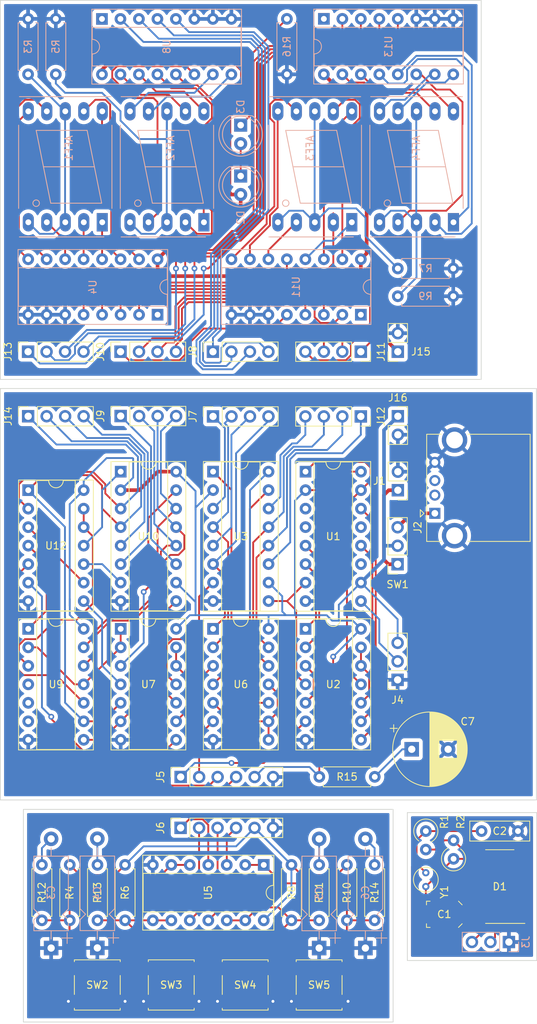
<source format=kicad_pcb>
(kicad_pcb (version 20211014) (generator pcbnew)
  (layers (0 "F.Cu" signal) (31 "B.Cu" signal) (34 "B.Paste" user) (35 "F.Paste" user) (36 "B.SilkS" user "B.Silkscreen") (37 "F.SilkS" user "F.Silkscreen") (38 "B.Mask" user) (39 "F.Mask" user) (44 "Edge.Cuts" user))
  (net 0 "")
  (net 1 "GND")
  (net 2 "Net-(C1-Pad2)")
  (net 3 "Net-(C2-Pad2)")
  (net 11 "Net-(D1-Pad10)")
  (net 15 "/Oscillator/GND")
  (net 16 "/Oscillator/CLK_OUTPUT")
  (net 17 "/Oscillator/5V")
  (net 18 "/CD_minutes0_4")
  (net 19 "Net-(AFF1-Pad3)")
  (net 20 "/CD_minutes0_6")
  (net 21 "/CD_minutes0_1")
  (net 22 "/CD_minutes0_7")
  (net 23 "/CD_minutes1_5")
  (net 24 "/CD_minutes1_4")
  (net 25 "Net-(AFF2-Pad3)")
  (net 26 "/CD_minutes1_3")
  (net 27 "/CD_minutes1_2")
  (net 28 "/CD_minutes1_1")
  (net 29 "/CD_minutes1_6")
  (net 30 "/CD_minutes1_7")
  (net 31 "/CD_hours0_5")
  (net 32 "/CD_hours0_4")
  (net 33 "Net-(AFF3-Pad3)")
  (net 34 "/CD_hours0_3")
  (net 35 "/CD_hours0_2")
  (net 36 "/CD_hours0_1")
  (net 37 "/CD_hours0_6")
  (net 38 "/CD_hours0_7")
  (net 39 "/CD_hours1_5")
  (net 40 "/CD_hours1_4")
  (net 41 "Net-(AFF4-Pad3)")
  (net 42 "/CD_hours1_3")
  (net 43 "/CD_hours1_2")
  (net 44 "/CD_hours1_1")
  (net 45 "/CD_hours1_6")
  (net 46 "/CD_hours1_7")
  (net 49 "/CTR1_CLK")
  (net 50 "+5V")
  (net 51 "/INCR_CTR3")
  (net 52 "/INCR_CTR4")
  (net 53 "/INCR_CTR5")
  (net 54 "/INCR_CTR6")
  (net 55 "/CTR1_RESET")
  (net 58 "/CTR2_q3")
  (net 59 "/CTR2_q4")
  (net 60 "/CTR2_RESET")
  (net 62 "/CTR1_q2")
  (net 64 "/CTR1_q4")
  (net 65 "Net-(U2-Pad3)")
  (net 66 "Net-(J5-Pad1)")
  (net 67 "Net-(U2-Pad10)")
  (net 68 "/CTR4_CLK")
  (net 69 "/CTR4_q1")
  (net 70 "/CTR4_q2")
  (net 71 "/CTR4_q3")
  (net 72 "/CTR4_q4")
  (net 73 "/CTR4_RESET")
  (net 74 "/CTR3_q1")
  (net 75 "/CTR3_q2")
  (net 76 "/CTR3_q3")
  (net 77 "/CTR3_q4")
  (net 78 "/CTR3_RESET")
  (net 80 "Net-(U6-Pad11)")
  (net 81 "/CTR5_CLK")
  (net 82 "/CTR5_RESET")
  (net 84 "/CTR5_q3")
  (net 85 "/CTR6_q2")
  (net 86 "/CTR5_q2")
  (net 87 "/CTR5_q4")
  (net 88 "/CTR6_CLK")
  (net 89 "/CTR6_q1")
  (net 90 "/CTR6_q3")
  (net 91 "/CTR6_q4")
  (net 92 "/CTR6_RESET")
  (net 93 "/CTR5_q1")
  (net 96 "Net-(J5-Pad2)")
  (net 97 "Net-(J5-Pad3)")
  (net 98 "Net-(U12-Pad8)")
  (net 99 "Net-(U12-Pad5)")
  (net 100 "Net-(J5-Pad4)")
  (net 101 "Net-(U12-Pad12)")
  (net 105 "Net-(U12-Pad4)")
  (net 106 "Net-(U6-Pad3)")
  (net 107 "Net-(U7-Pad1)")
  (net 108 "Net-(U12-Pad3)")
  (net 109 "Net-(J6-Pad1)")
  (net 110 "Net-(J6-Pad2)")
  (net 111 "Net-(J6-Pad3)")
  (net 112 "Net-(J6-Pad4)")
  (net 113 "Net-(J8-Pad1)")
  (net 114 "Net-(J8-Pad2)")
  (net 115 "Net-(J8-Pad3)")
  (net 116 "Net-(J8-Pad4)")
  (net 117 "Net-(J10-Pad1)")
  (net 118 "Net-(J10-Pad2)")
  (net 119 "Net-(J10-Pad3)")
  (net 120 "Net-(J10-Pad4)")
  (net 121 "Net-(J11-Pad1)")
  (net 122 "Net-(J11-Pad2)")
  (net 123 "Net-(J11-Pad3)")
  (net 124 "Net-(J11-Pad4)")
  (net 125 "Net-(J13-Pad1)")
  (net 126 "Net-(J13-Pad2)")
  (net 127 "Net-(J13-Pad3)")
  (net 128 "Net-(J13-Pad4)")
  (net 129 "/GND_buttons")
  (net 130 "Net-(C3-Pad2)")
  (net 131 "Net-(C4-Pad2)")
  (net 132 "Net-(C5-Pad2)")
  (net 133 "Net-(C6-Pad2)")
  (net 134 "/5V_buttons")
  (net 135 "/CD_minutes0_2")
  (net 136 "Net-(AFF1-Pad4)")
  (net 137 "/CD_minutes0_5")
  (net 138 "/5V_display")
  (net 139 "/GND_display")
  (net 140 "Net-(C7-Pad1)")
  (net 141 "Net-(D2-Pad1)")
  (net 142 "Net-(D3-Pad1)")
  (net 143 "/5V_bat")
  (net 144 "/5V_usb")
  (footprint "Connector_PinSocket_2.54mm:PinSocket_1x02_P2.54mm_Vertical" (layer "F.Cu") (at 152.41 92.685)
    (fp_text reference "J16")
    (fp_text value "Conn_01x02_Female")
  )
  (footprint "Resistor_THT:R_Axial_DIN0207_L6.3mm_D2.5mm_P7.62mm_Horizontal" (layer "F.Cu") (at 137.785 154.305 -90)
    (fp_text reference "R8")
    (fp_text value "10k")
  )
  (footprint "Connector_PinSocket_2.54mm:PinSocket_1x02_P2.54mm_Vertical" (layer "F.Cu") (at 152.4 83.82 180)
    (fp_text reference "J15")
    (fp_text value "Conn_02x01_Row_Letter_First")
  )
  (footprint "Capacitor_THT:CP_Radial_D10.0mm_P5.00mm" (layer "F.Cu") (at 154.315 138.43)
    (fp_text reference "C7")
    (fp_text value "560u")
  )
  (footprint "Package_DIP:DIP-14_W7.62mm_Socket" (layer "F.Cu") (at 133.98 154.315 -90)
    (fp_text reference "U5")
    (fp_text value "4001")
  )
  (footprint "Capacitor_SMD:C_Trimmer_Murata_TZC3" (layer "F.Cu") (at 158.79 161.09775 180)
    (fp_text reference "C1")
    (fp_text value "22p")
  )
  (footprint "Button_Switch_SMD:SW_SPST_B3S-1000" (layer "F.Cu") (at 111.11 170.805 180)
    (fp_text reference "SW2")
    (fp_text value "SW_Push")
  )
  (footprint "Package_DIP:DIP-14_W7.62mm_Socket" (layer "F.Cu") (at 114.32 121.89)
    (fp_text reference "U7")
    (fp_text value "4011")
  )
  (footprint "Connector_PinSocket_2.54mm:PinSocket_1x04_P2.54mm_Vertical" (layer "F.Cu") (at 114.32 92.66 90)
    (fp_text reference "J9")
    (fp_text value "Conn_01x04_Female")
  )
  (footprint "Connector_PinSocket_2.54mm:PinSocket_1x03_P2.54mm_Vertical" (layer "F.Cu") (at 152.375 113.015 180)
    (fp_text reference "SW1")
    (fp_text value "SW_SPDT")
  )
  (footprint "Crystal:Crystal_C38-LF_D3.0mm_L8.0mm_Vertical" (layer "F.Cu") (at 156.25 157.28775 90)
    (fp_text reference "Y1")
    (fp_text value "Crystal")
  )
  (footprint "Connector_PinSocket_2.54mm:PinSocket_1x04_P2.54mm_Vertical" (layer "F.Cu") (at 101.61 92.685 90)
    (fp_text reference "J14")
    (fp_text value "Conn_01x04_Female")
  )
  (footprint "Resistor_THT:R_Axial_DIN0309_L9.0mm_D3.2mm_P2.54mm_Vertical" (layer "F.Cu") (at 156.25 149.66775 -90)
    (fp_text reference "R1")
    (fp_text value "2.2k")
  )
  (footprint "Connector_USB:USB_A_CONNFLY_DS1095-WNR0" (layer "F.Cu") (at 157.49 106.02 90)
    (fp_text reference "J2")
    (fp_text value "USB_A")
  )
  (footprint "Resistor_THT:R_Axial_DIN0207_L6.3mm_D2.5mm_P7.62mm_Horizontal" (layer "F.Cu") (at 141.595 161.925 90)
    (fp_text reference "R11")
    (fp_text value "10k")
  )
  (footprint "Resistor_THT:R_Axial_DIN0207_L6.3mm_D2.5mm_P7.62mm_Horizontal" (layer "F.Cu") (at 149.215 161.925 90)
    (fp_text reference "R14")
    (fp_text value "10k")
  )
  (footprint "Resistor_THT:R_Axial_DIN0207_L6.3mm_D2.5mm_P7.62mm_Horizontal" (layer "F.Cu") (at 145.405 154.305 -90)
    (fp_text reference "R10")
    (fp_text value "10k")
  )
  (footprint "Resistor_THT:R_Axial_DIN0207_L6.3mm_D2.5mm_P7.62mm_Horizontal" (layer "F.Cu") (at 103.495 161.925 90)
    (fp_text reference "R12")
    (fp_text value "10k")
  )
  (footprint "Connector_PinHeader_2.54mm:PinHeader_1x02_P2.54mm_Vertical" (layer "F.Cu") (at 152.41 102.845 180)
    (fp_text reference "J1")
    (fp_text value "Conn_02x01_Row_Letter_First")
  )
  (footprint "Capacitor_THT:C_Disc_D8.0mm_W2.5mm_P5.00mm" (layer "F.Cu") (at 168.91 149.66775 180)
    (fp_text reference "C2")
    (fp_text value "120p")
  )
  (footprint "Package_DIP:DIP-16_W7.62mm_Socket" (layer "F.Cu") (at 114.32 100.295)
    (fp_text reference "U10")
    (fp_text value "4520")
  )
  (footprint "Package_DIP:DIP-16_W7.62mm_Socket" (layer "F.Cu") (at 139.72 100.295)
    (fp_text reference "U1")
    (fp_text value "4520")
  )
  (footprint "Connector_PinSocket_2.54mm:PinSocket_1x04_P2.54mm_Vertical" (layer "F.Cu") (at 147.32 83.82 -90)
    (fp_text reference "J11")
    (fp_text value "Conn_01x04_Male")
  )
  (footprint "Connector_PinSocket_2.54mm:PinSocket_1x06_P2.54mm_Vertical" (layer "F.Cu") (at 122.555 149.225 90)
    (fp_text reference "J6")
    (fp_text value "Conn_01x06_Female")
  )
  (footprint "Connector_PinSocket_2.54mm:PinSocket_1x06_P2.54mm_Vertical" (layer "F.Cu") (at 122.565 142.24 90)
    (fp_text reference "J5")
    (fp_text value "Conn_01x06_Male")
  )
  (footprint "Resistor_THT:R_Axial_DIN0207_L6.3mm_D2.5mm_P7.62mm_Horizontal" (layer "F.Cu") (at 114.925 154.305 -90)
    (fp_text reference "R6")
    (fp_text value "10k")
  )
  (footprint "Resistor_THT:R_Axial_DIN0207_L6.3mm_D2.5mm_P7.62mm_Horizontal" (layer "F.Cu") (at 111.135 161.925 90)
    (fp_text reference "R13")
    (fp_text value "10k")
  )
  (footprint "Resistor_THT:R_Axial_DIN0207_L6.3mm_D2.5mm_P7.62mm_Horizontal" (layer "F.Cu") (at 149.235 142.215 180)
    (fp_text reference "R15")
    (fp_text value "1k")
  )
  (footprint "Button_Switch_SMD:SW_SPST_B3S-1000" (layer "F.Cu") (at 121.27 170.805 180)
    (fp_text reference "SW3")
    (fp_text value "SW_Push")
  )
  (footprint "Package_DIP:DIP-14_W7.62mm_Socket" (layer "F.Cu") (at 101.62 102.84)
    (fp_text reference "U12")
    (fp_text value "4011")
  )
  (footprint "Connector_PinSocket_2.54mm:PinSocket_1x04_P2.54mm_Vertical" (layer "F.Cu") (at 101.6 83.82 90)
    (fp_text reference "J13")
    (fp_text value "Conn_01x04_Male")
  )
  (footprint "Connector_PinSocket_2.54mm:PinSocket_1x04_P2.54mm_Vertical" (layer "F.Cu") (at 127 83.82 90)
    (fp_text reference "J8")
    (fp_text value "Conn_01x04_Male")
  )
  (footprint "Resistor_THT:R_Axial_DIN0309_L9.0mm_D3.2mm_P2.54mm_Vertical" (layer "F.Cu") (at 160.06 153.47775 90)
    (fp_text reference "R2")
    (fp_text value "500k")
  )
  (footprint "Connector_PinSocket_2.54mm:PinSocket_1x04_P2.54mm_Vertical" (layer "F.Cu") (at 147.32 92.71 -90)
    (fp_text reference "J12")
    (fp_text value "Conn_01x04_Female")
  )
  (footprint "Package_DIP:DIP-14_W7.62mm_Socket" (layer "F.Cu") (at 139.72 121.89)
    (fp_text reference "U2")
    (fp_text value "4011")
  )
  (footprint "Button_Switch_SMD:SW_SPST_B3S-1000" (layer "F.Cu") (at 141.59 170.805 180)
    (fp_text reference "SW5")
    (fp_text value "SW_Push")
  )
  (footprint "Package_DIP:DIP-16_W7.62mm_Socket" (layer "F.Cu") (at 127.02 100.29)
    (fp_text reference "U3")
    (fp_text value "4520")
  )
  (footprint "Package_SO:SO-16_3.9x9.9mm_P1.27mm" (layer "F.Cu") (at 166.41 157.28775 180)
    (fp_text reference "D1")
    (fp_text value "HEF4060B")
  )
  (footprint "Button_Switch_SMD:SW_SPST_B3S-1000" (layer "F.Cu") (at 131.43 170.805 180)
    (fp_text reference "SW4")
    (fp_text value "SW_Push")
  )
  (footprint "Package_DIP:DIP-14_W7.62mm_Socket" (layer "F.Cu") (at 127.02 121.89)
    (fp_text reference "U6")
    (fp_text value "4011")
  )
  (footprint "Connector_PinSocket_2.54mm:PinSocket_1x04_P2.54mm_Vertical" (layer "F.Cu") (at 127.01 92.71 90)
    (fp_text reference "J7")
    (fp_text value "Conn_01x04_Female")
  )
  (footprint "Connector_PinSocket_2.54mm:PinSocket_1x04_P2.54mm_Vertical" (layer "F.Cu") (at 114.3 83.82 90)
    (fp_text reference "J10")
    (fp_text value "Conn_01x04_Male")
  )
  (footprint "Resistor_THT:R_Axial_DIN0207_L6.3mm_D2.5mm_P7.62mm_Horizontal" (layer "F.Cu") (at 107.325 154.305 -90)
    (fp_text reference "R4")
    (fp_text value "10k")
  )
  (footprint "Package_DIP:DIP-14_W7.62mm_Socket" (layer "F.Cu") (at 101.62 121.89)
    (fp_text reference "U9")
    (fp_text value "4011")
  )
  (footprint "Connector_PinSocket_2.54mm:PinSocket_1x03_P2.54mm_Vertical" (layer "F.Cu") (at 152.375 128.89 180)
    (fp_text reference "J4")
    (fp_text value "Conn_01x03_Female")
  )
  (footprint "Capacitor_THT:CP_Axial_L10.0mm_D4.5mm_P15.00mm_Horizontal" (layer "B.Cu") (at 141.595 165.735 90)
    (fp_text reference "C5")
    (fp_text value "22uf")
  )
  (footprint "LED_THT:LED_D5.0mm" (layer "B.Cu") (at 130.81 52.7 -90)
    (fp_text reference "D3")
    (fp_text value "LED")
  )
  (footprint "Capacitor_THT:CP_Axial_L10.0mm_D4.5mm_P15.00mm_Horizontal" (layer "B.Cu") (at 147.945 165.735 90)
    (fp_text reference "C6")
    (fp_text value "22uf")
  )
  (footprint "Display_7Segment:7SegmentLED_LTS6760_LTS6780" (layer "B.Cu") (at 111.79 66.04 90)
    (fp_text reference "AFF1")
    (fp_text value "LTS-6980HR")
  )
  (footprint "Connector_PinHeader_2.54mm:PinHeader_1x03_P2.54mm_Vertical" (layer "B.Cu") (at 167.665 164.90775 90)
    (fp_text reference "J3")
    (fp_text value "Conn_01x03_Male")
  )
  (footprint "Package_DIP:DIP-16_W7.62mm_Socket" (layer "B.Cu") (at 142.24 38.1 -90)
    (fp_text reference "U13")
    (fp_text value "4056")
  )
  (footprint "Package_DIP:DIP-16_W7.62mm_Socket" (layer "B.Cu") (at 147.32 78.74 90)
    (fp_text reference "U11")
    (fp_text value "4056")
  )
  (footprint "Resistor_THT:R_Axial_DIN0207_L6.3mm_D2.5mm_P7.62mm_Horizontal" (layer "B.Cu") (at 137.16 38.1 -90)
    (fp_text reference "R16")
    (fp_text value "10k")
  )
  (footprint "LED_THT:LED_D5.0mm" (layer "B.Cu") (at 130.81 59.69 -90)
    (fp_text reference "D2")
    (fp_text value "LED")
  )
  (footprint "Package_DIP:DIP-16_W7.62mm_Socket" (layer "B.Cu") (at 111.75 38.11 -90)
    (fp_text reference "U8")
    (fp_text value "4056")
  )
  (footprint "Resistor_THT:R_Axial_DIN0207_L6.3mm_D2.5mm_P7.62mm_Horizontal" (layer "B.Cu") (at 152.4 76.2)
    (fp_text reference "R9")
    (fp_text value "10k")
  )
  (footprint "Resistor_THT:R_Axial_DIN0207_L6.3mm_D2.5mm_P7.62mm_Horizontal" (layer "B.Cu") (at 101.6 45.72 90)
    (fp_text reference "R3")
    (fp_text value "10k")
  )
  (footprint "Display_7Segment:7SegmentLED_LTS6760_LTS6780" (layer "B.Cu") (at 146.08 66.04 90)
    (fp_text reference "AFF3")
    (fp_text value "LTS-6980HR")
  )
  (footprint "Capacitor_THT:CP_Axial_L10.0mm_D4.5mm_P15.00mm_Horizontal" (layer "B.Cu") (at 111.115 165.715 90)
    (fp_text reference "C4")
    (fp_text value "22uf")
  )
  (footprint "Display_7Segment:7SegmentLED_LTS6760_LTS6780" (layer "B.Cu") (at 125.76 66.04 90)
    (fp_text reference "AFF2")
    (fp_text value "LTS-6980HR")
  )
  (footprint "Resistor_THT:R_Axial_DIN0207_L6.3mm_D2.5mm_P7.62mm_Horizontal" (layer "B.Cu") (at 152.4 72.39)
    (fp_text reference "R7")
    (fp_text value "10k")
  )
  (footprint "Display_7Segment:7SegmentLED_LTS6760_LTS6780" (layer "B.Cu") (at 160.05 66.04 90)
    (fp_text reference "AFF4")
    (fp_text value "LTS-6980HR")
  )
  (footprint "Resistor_THT:R_Axial_DIN0207_L6.3mm_D2.5mm_P7.62mm_Horizontal" (layer "B.Cu") (at 105.41 45.72 90)
    (fp_text reference "R5")
    (fp_text value "10k")
  )
  (footprint "Package_DIP:DIP-16_W7.62mm_Socket" (layer "B.Cu") (at 119.39 78.74 90)
    (fp_text reference "U4")
    (fp_text value "4056")
  )
  (footprint "Capacitor_THT:CP_Axial_L10.0mm_D4.5mm_P15.00mm_Horizontal" (layer "B.Cu") (at 104.765 165.735 90)
    (fp_text reference "C3")
    (fp_text value "22uf")
  )
  (gr_rect (start 171.45 145.39) (end 97.79 88.875) (layer "Edge.Cuts") (width 0.1) (fill none))
  (gr_rect (start 171.49 167.44775) (end 153.71 147.12775) (layer "Edge.Cuts") (width 0.1) (fill none))
  (gr_rect (start 151.755 175.895) (end 100.955 146.685) (layer "Edge.Cuts") (width 0.1) (fill none))
  (gr_rect (start 97.79 87.63) (end 163.86 35.56) (layer "Edge.Cuts") (width 0.1) (fill none))
  (segment (start 156.715 161.09775) (end 156.25 160.63275) (width 0.25) (layer "F.Cu") (net 2))
  (segment (start 156.25 157.28775) (end 160.06 153.47775) (width 0.25) (layer "F.Cu") (net 2))
  (segment (start 161.33 153.47775) (end 163.235 155.38275) (width 0.25) (layer "F.Cu") (net 2))
  (segment (start 156.25 160.63275) (end 156.25 157.28775) (width 0.25) (layer "F.Cu") (net 2))
  (segment (start 163.235 155.38275) (end 163.87 155.38275) (width 0.25) (layer "F.Cu") (net 2))
  (segment (start 160.06 153.47775) (end 161.33 153.47775) (width 0.25) (layer "F.Cu") (net 2))
  (segment (start 156.25 155.38775) (end 154.98 154.11775) (width 0.25) (layer "F.Cu") (net 3))
  (segment (start 154.98 154.11775) (end 154.98 150.93775) (width 0.25) (layer "F.Cu") (net 3))
  (segment (start 154.98 150.93775) (end 156.25 149.66775) (width 0.25) (layer "F.Cu") (net 3))
  (segment (start 156.25 149.66775) (end 163.91 149.66775) (width 0.25) (layer "F.Cu") (net 3))
  (segment (start 157.52 152.20775) (end 158.79 150.93775) (width 0.25) (layer "F.Cu") (net 11))
  (segment (start 163.235 154.11275) (end 163.87 154.11275) (width 0.25) (layer "F.Cu") (net 11))
  (segment (start 156.25 152.20775) (end 157.52 152.20775) (width 0.25) (layer "F.Cu") (net 11))
  (segment (start 158.79 150.93775) (end 160.06 150.93775) (width 0.25) (layer "F.Cu") (net 11))
  (segment (start 160.06 150.93775) (end 163.235 154.11275) (width 0.25) (layer "F.Cu") (net 11))
  (segment (start 165.76 164.28775) (end 165.76 160.47775) (width 0.25) (layer "F.Cu") (net 16))
  (segment (start 165.76 160.47775) (end 167.045 159.19275) (width 0.25) (layer "F.Cu") (net 16))
  (segment (start 165.14 164.90775) (end 165.76 164.28775) (width 0.25) (layer "F.Cu") (net 16))
  (segment (start 167.045 159.19275) (end 168.985 159.19275) (width 0.25) (layer "F.Cu") (net 16))
  (segment (start 162.6 164.90775) (end 163.835 163.67275) (width 0.25) (layer "F.Cu") (net 17))
  (segment (start 163.835 163.67275) (end 163.835 161.73275) (width 0.25) (layer "F.Cu") (net 17))
  (segment (start 109.23 71.12) (end 109.23 66.06) (width 0.25) (layer "F.Cu") (net 18))
  (segment (start 109.23 66.06) (end 109.25 66.04) (width 0.25) (layer "F.Cu") (net 18))
  (segment (start 105.093 67.627) (end 106.68 66.04) (width 0.25) (layer "B.Cu") (net 19))
  (segment (start 106.68 66.04) (end 106.68 50.8) (width 0.25) (layer "B.Cu") (net 19))
  (segment (start 103.187 67.627) (end 105.093 67.627) (width 0.25) (layer "B.Cu") (net 19))
  (segment (start 106.68 50.8) (end 101.6 45.72) (width 0.25) (layer "B.Cu") (net 19))
  (segment (start 106.71 50.8) (end 106.68 50.8) (width 0.25) (layer "B.Cu") (net 19))
  (segment (start 101.6 66.04) (end 103.187 67.627) (width 0.25) (layer "B.Cu") (net 19))
  (segment (start 112.24025 49.213) (end 110.837 49.213) (width 0.25) (layer "F.Cu") (net 20))
  (segment (start 112.877 61.440604) (end 112.877 49.84975) (width 0.25) (layer "F.Cu") (net 20))
  (segment (start 112.877 49.84975) (end 112.24025 49.213) (width 0.25) (layer "F.Cu") (net 20))
  (segment (start 110.837 49.213) (end 109.25 50.8) (width 0.25) (layer "F.Cu") (net 20))
  (segment (start 113.48 62.043604) (end 112.877 61.440604) (width 0.25) (layer "F.Cu") (net 20))
  (segment (start 113.48 67.75) (end 113.48 62.043604) (width 0.25) (layer "F.Cu") (net 20))
  (segment (start 116.85 71.12) (end 113.48 67.75) (width 0.25) (layer "F.Cu") (net 20))
  (segment (start 99.88 50.51275) (end 101.17975 49.213) (width 0.25) (layer "F.Cu") (net 21))
  (segment (start 99.88 69.39) (end 99.88 50.51275) (width 0.25) (layer "F.Cu") (net 21))
  (segment (start 101.17975 49.213) (end 102.583 49.213) (width 0.25) (layer "F.Cu") (net 21))
  (segment (start 102.583 49.213) (end 104.17 50.8) (width 0.25) (layer "F.Cu") (net 21))
  (segment (start 101.61 71.12) (end 99.88 69.39) (width 0.25) (layer "F.Cu") (net 21))
  (segment (start 111.76 50.83) (end 111.79 50.8) (width 0.25) (layer "F.Cu") (net 22))
  (segment (start 113.03 62.23) (end 111.76 60.96) (width 0.25) (layer "F.Cu") (net 22))
  (segment (start 114.3 71.12) (end 113.03 69.85) (width 0.25) (layer "F.Cu") (net 22))
  (segment (start 114.31 71.12) (end 114.3 71.12) (width 0.25) (layer "F.Cu") (net 22))
  (segment (start 111.76 60.96) (end 111.76 50.83) (width 0.25) (layer "F.Cu") (net 22))
  (segment (start 113.03 69.85) (end 113.03 62.23) (width 0.25) (layer "F.Cu") (net 22))
  (segment (start 125.73 52.86725) (end 125.73 66.01) (width 0.25) (layer "F.Cu") (net 23))
  (segment (start 126.847 49.84975) (end 126.847 51.75025) (width 0.25) (layer "F.Cu") (net 23))
  (segment (start 119.37 45.73) (end 121.273604 47.633604) (width 0.25) (layer "F.Cu") (net 23))
  (segment (start 124.630854 47.633604) (end 126.847 49.84975) (width 0.25) (layer "F.Cu") (net 23))
  (segment (start 121.273604 47.633604) (end 124.630854 47.633604) (width 0.25) (layer "F.Cu") (net 23))
  (segment (start 125.73 66.01) (end 125.76 66.04) (width 0.25) (layer "F.Cu") (net 23))
  (segment (start 126.847 51.75025) (end 125.73 52.86725) (width 0.25) (layer "F.Cu") (net 23))
  (segment (start 124.81725 47.183604) (end 127.297 49.663354) (width 0.25) (layer "F.Cu") (net 24))
  (segment (start 127.297 49.663354) (end 127.297 51.936646) (width 0.25) (layer "F.Cu") (net 24))
  (segment (start 126.18 63.786) (end 126.847 64.453) (width 0.25) (layer "F.Cu") (net 24))
  (segment (start 127.297 51.936646) (end 126.18 53.053646) (width 0.25) (layer "F.Cu") (net 24))
  (segment (start 126.847 67.627) (end 124.807 67.627) (width 0.25) (layer "F.Cu") (net 24))
  (segment (start 124.807 67.627) (end 123.22 66.04) (width 0.25) (layer "F.Cu") (net 24))
  (segment (start 126.847 64.453) (end 126.847 67.627) (width 0.25) (layer "F.Cu") (net 24))
  (segment (start 126.18 53.053646) (end 126.18 63.786) (width 0.25) (layer "F.Cu") (net 24))
  (segment (start 121.91 45.73) (end 123.363604 47.183604) (width 0.25) (layer "F.Cu") (net 24))
  (segment (start 123.363604 47.183604) (end 124.81725 47.183604) (width 0.25) (layer "F.Cu") (net 24))
  (segment (start 106.68 48.26) (end 105.41 46.99) (width 0.25) (layer "B.Cu") (net 25))
  (segment (start 120.65 54.61) (end 120.65 53.34) (width 0.25) (layer "B.Cu") (net 25))
  (segment (start 120.65 66.04) (end 120.65 54.61) (width 0.25) (layer "B.Cu") (net 25))
  (segment (start 119.063 67.627) (end 120.65 66.04) (width 0.25) (layer "B.Cu") (net 25))
  (segment (start 114.3 52.07) (end 114.3 50.8) (width 0.25) (layer "B.Cu") (net 25))
  (segment (start 120.68 50.8) (end 120.68 53.31) (width 0.25) (layer "B.Cu") (net 25))
  (segment (start 115.57 66.04) (end 117.157 67.627) (width 0.25) (layer "B.Cu") (net 25))
  (segment (start 120.68 53.31) (end 120.65 53.34) (width 0.25) (layer "B.Cu") (net 25))
  (segment (start 117.157 67.627) (end 119.063 67.627) (width 0.25) (layer "B.Cu") (net 25))
  (segment (start 105.41 46.99) (end 105.41 45.72) (width 0.25) (layer "B.Cu") (net 25))
  (segment (start 120.65 54.61) (end 116.84 54.61) (width 0.25) (layer "B.Cu") (net 25))
  (segment (start 111.76 48.26) (end 106.68 48.26) (width 0.25) (layer "B.Cu") (net 25))
  (segment (start 120.65 53.34) (end 120.65 50.8) (width 0.25) (layer "B.Cu") (net 25))
  (segment (start 116.84 54.61) (end 114.3 52.07) (width 0.25) (layer "B.Cu") (net 25))
  (segment (start 114.3 50.8) (end 111.76 48.26) (width 0.25) (layer "B.Cu") (net 25))
  (segment (start 113.165 45.264009) (end 113.165 46.195991) (width 0.25) (layer "F.Cu") (net 26))
  (segment (start 113.824009 44.605) (end 113.165 45.264009) (width 0.25) (layer "F.Cu") (net 26))
  (segment (start 119.38 64.8) (end 118.14 66.04) (width 0.25) (layer "F.Cu") (net 26))
  (segment (start 113.165 46.195991) (end 115.952613 48.983604) (width 0.25) (layer "F.Cu") (net 26))
  (segment (start 124.45 45.73) (end 123.325 44.605) (width 0.25) (layer "F.Cu") (net 26))
  (segment (start 115.952613 48.983604) (end 118.833604 48.983604) (width 0.25) (layer "F.Cu") (net 26))
  (segment (start 123.325 44.605) (end 113.824009 44.605) (width 0.25) (layer "F.Cu") (net 26))
  (segment (start 118.833604 48.983604) (end 119.38 49.53) (width 0.25) (layer "F.Cu") (net 26))
  (segment (start 119.38 49.53) (end 119.38 64.8) (width 0.25) (layer "F.Cu") (net 26))
  (segment (start 118.14 48.26) (end 124.46 48.26) (width 0.25) (layer "B.Cu") (net 27))
  (segment (start 124.46 48.26) (end 126.99 45.73) (width 0.25) (layer "B.Cu") (net 27))
  (segment (start 115.6 50.8) (end 118.14 48.26) (width 0.25) (layer "B.Cu") (net 27))
  (segment (start 120.65 48.79) (end 126.47 48.79) (width 0.25) (layer "B.Cu") (net 28))
  (segment (start 118.64 50.8) (end 120.65 48.79) (width 0.25) (layer "B.Cu") (net 28))
  (segment (start 126.47 48.79) (end 129.53 45.73) (width 0.25) (layer "B.Cu") (net 28))
  (segment (start 118.14 50.8) (end 118.64 50.8) (width 0.25) (layer "B.Cu") (net 28))
  (segment (start 123.22 50.8) (end 120.953604 48.533604) (width 0.25) (layer "F.Cu") (net 29))
  (segment (start 120.953604 48.533604) (end 117.093604 48.533604) (width 0.25) (layer "F.Cu") (net 29))
  (segment (start 117.093604 48.533604) (end 114.29 45.73) (width 0.25) (layer "F.Cu") (net 29))
  (segment (start 125.76 50.8) (end 123.043604 48.083604) (width 0.25) (layer "F.Cu") (net 30))
  (segment (start 123.043604 48.083604) (end 119.183604 48.083604) (width 0.25) (layer "F.Cu") (net 30))
  (segment (start 119.183604 48.083604) (end 116.83 45.73) (width 0.25) (layer "F.Cu") (net 30))
  (segment (start 143.54 68.58) (end 146.08 66.04) (width 0.25) (layer "B.Cu") (net 31))
  (segment (start 142.24 68.58) (end 143.54 68.58) (width 0.25) (layer "B.Cu") (net 31))
  (segment (start 139.7 71.12) (end 142.24 68.58) (width 0.25) (layer "B.Cu") (net 31))
  (segment (start 142.575991 72.665) (end 143.54 71.700991) (width 0.25) (layer "F.Cu") (net 32))
  (segment (start 137.16 72.39) (end 137.435 72.665) (width 0.25) (layer "F.Cu") (net 32))
  (segment (start 137.435 72.665) (end 142.575991 72.665) (width 0.25) (layer "F.Cu") (net 32))
  (segment (start 137.16 71.12) (end 137.16 70.883625) (width 0.25) (layer "F.Cu") (net 32))
  (segment (start 137.16 71.12) (end 137.16 72.39) (width 0.25) (layer "F.Cu") (net 32))
  (segment (start 143.54 71.700991) (end 143.54 66.04) (width 0.25) (layer "F.Cu") (net 32))
  (segment (start 143.54 64.8) (end 143.54 66.04) (width 0.25) (layer "F.Cu") (net 32))
  (segment (start 140.97 66.552) (end 140.97 66.04) (width 0.25) (layer "B.Cu") (net 33))
  (segment (start 141 66.04) (end 142.905 64.135) (width 0.25) (layer "B.Cu") (net 33))
  (segment (start 139.383 64.453) (end 140.97 66.04) (width 0.25) (layer "B.Cu") (net 33))
  (segment (start 137.477 64.453) (end 139.383 64.453) (width 0.25) (layer "B.Cu") (net 33))
  (segment (start 142.905 64.135) (end 146.685 64.135) (width 0.25) (layer "B.Cu") (net 33))
  (segment (start 135.89 66.04) (end 137.477 64.453) (width 0.25) (layer "B.Cu") (net 33))
  (segment (start 147.955 65.405) (end 147.955 67.945) (width 0.25) (layer "B.Cu") (net 33))
  (segment (start 140.97 66.04) (end 140.97 50.8) (width 0.25) (layer "B.Cu") (net 33))
  (segment (start 146.685 64.135) (end 147.955 65.405) (width 0.25) (layer "B.Cu") (net 33))
  (segment (start 147.955 67.945) (end 152.4 72.39) (width 0.25) (layer "B.Cu") (net 33))
  (segment (start 134.62 71.12) (end 134.62 69.88) (width 0.25) (layer "F.Cu") (net 34))
  (segment (start 134.62 69.88) (end 138.46 66.04) (width 0.25) (layer "F.Cu") (net 34))
  (segment (start 132.08 71.12) (end 132.08 69.216396) (width 0.25) (layer "F.Cu") (net 35))
  (segment (start 135.89 50.83) (end 135.92 50.8) (width 0.25) (layer "F.Cu") (net 35))
  (segment (start 134.833 65.08975) (end 135.89 64.03275) (width 0.25) (layer "F.Cu") (net 35))
  (segment (start 132.08 69.216396) (end 134.833 66.463396) (width 0.25) (layer "F.Cu") (net 35))
  (segment (start 134.833 66.463396) (end 134.833 65.08975) (width 0.25) (layer "F.Cu") (net 35))
  (segment (start 135.89 64.03275) (end 135.89 50.83) (width 0.25) (layer "F.Cu") (net 35))
  (segment (start 134.383 64.903354) (end 135.44 63.846354) (width 0.25) (layer "F.Cu") (net 36))
  (segment (start 135.44 52.35725) (end 134.833 51.75025) (width 0.25) (layer "F.Cu") (net 36))
  (segment (start 135.44 63.846354) (end 135.44 52.35725) (width 0.25) (layer "F.Cu") (net 36))
  (segment (start 136.873 49.213) (end 138.46 50.8) (width 0.25) (layer "F.Cu") (net 36))
  (segment (start 134.833 49.84975) (end 135.46975 49.213) (width 0.25) (layer "F.Cu") (net 36))
  (segment (start 134.383 66.277) (end 134.383 64.903354) (width 0.25) (layer "F.Cu") (net 36))
  (segment (start 134.833 51.75025) (end 134.833 49.84975) (width 0.25) (layer "F.Cu") (net 36))
  (segment (start 129.54 71.12) (end 134.383 66.277) (width 0.25) (layer "F.Cu") (net 36))
  (segment (start 135.46975 49.213) (end 136.873 49.213) (width 0.25) (layer "F.Cu") (net 36))
  (segment (start 144.78 71.12) (end 144.78 54.13725) (width 0.25) (layer "F.Cu") (net 37))
  (segment (start 144.78 54.13725) (end 147.167 51.75025) (width 0.25) (layer "F.Cu") (net 37))
  (segment (start 147.167 51.75025) (end 147.167 49.84975) (width 0.25) (layer "F.Cu") (net 37))
  (segment (start 147.167 49.84975) (end 146.53025 49.213) (width 0.25) (layer "F.Cu") (net 37))
  (segment (start 146.53025 49.213) (end 145.127 49.213) (width 0.25) (layer "F.Cu") (net 37))
  (segment (start 145.127 49.213) (end 143.54 50.8) (width 0.25) (layer "F.Cu") (net 37))
  (segment (start 142.24 71.12) (end 142.24 54.64) (width 0.25) (layer "F.Cu") (net 38))
  (segment (start 142.24 54.64) (end 146.08 50.8) (width 0.25) (layer "F.Cu") (net 38))
  (segment (start 153.67 45.086396) (end 155.126396 43.63) (width 0.25) (layer "B.Cu") (net 39))
  (segment (start 162.11 63.98) (end 160.05 66.04) (width 0.25) (layer "B.Cu") (net 39))
  (segment (start 155.126396 43.63) (end 160.47 43.63) (width 0.25) (layer "B.Cu") (net 39))
  (segment (start 153.67 46.515495) (end 153.67 45.086396) (width 0.25) (layer "B.Cu") (net 39))
  (segment (start 160.47 43.63) (end 162.11 45.27) (width 0.25) (layer "B.Cu") (net 39))
  (segment (start 162.11 45.27) (end 162.11 63.98) (width 0.25) (layer "B.Cu") (net 39))
  (segment (start 153.195495 46.99) (end 153.67 46.515495) (width 0.25) (layer "B.Cu") (net 39))
  (segment (start 151.13 46.99) (end 153.195495 46.99) (width 0.25) (layer "B.Cu") (net 39))
  (segment (start 149.86 45.72) (end 151.13 46.99) (width 0.25) (layer "B.Cu") (net 39))
  (segment (start 158.963 67.627) (end 161.137 67.627) (width 0.25) (layer "B.Cu") (net 40))
  (segment (start 157.51 66.04) (end 158.963 67.493) (width 0.25) (layer "B.Cu") (net 40))
  (segment (start 154.94 43.18) (end 152.4 45.72) (width 0.25) (layer "B.Cu") (net 40))
  (segment (start 162.56 66.204) (end 162.56 44.45) (width 0.25) (layer "B.Cu") (net 40))
  (segment (start 162.56 44.45) (end 161.29 43.18) (width 0.25) (layer "B.Cu") (net 40))
  (segment (start 161.29 43.18) (end 154.94 43.18) (width 0.25) (layer "B.Cu") (net 40))
  (segment (start 161.137 67.627) (end 162.56 66.204) (width 0.25) (layer "B.Cu") (net 40))
  (segment (start 158.963 67.493) (end 158.963 67.627) (width 0.25) (layer "B.Cu") (net 40))
  (segment (start 154.94 66.04) (end 154.94 67.31) (width 0.25) (layer "B.Cu") (net 41))
  (segment (start 154.94 66.04) (end 154.94 50.8) (width 0.25) (layer "B.Cu") (net 41))
  (segment (start 154.97 73.63) (end 154.97 66.04) (width 0.25) (layer "B.Cu") (net 41))
  (segment (start 149.86 66.04) (end 151.447 64.453) (width 0.25) (layer "B.Cu") (net 41))
  (segment (start 152.4 76.2) (end 154.97 73.63) (width 0.25) (layer "B.Cu") (net 41))
  (segment (start 151.447 64.453) (end 153.353 64.453) (width 0.25) (layer "B.Cu") (net 41))
  (segment (start 153.353 64.453) (end 154.94 66.04) (width 0.25) (layer "B.Cu") (net 41))
  (segment (start 159.067 64.453) (end 161.29 62.23) (width 0.25) (layer "F.Cu") (net 42))
  (segment (start 161.29 62.23) (end 161.29 49.53) (width 0.25) (layer "F.Cu") (net 42))
  (segment (start 152.43 66.04) (end 154.017 64.453) (width 0.25) (layer "F.Cu") (net 42))
  (segment (start 161.29 49.53) (end 159.57 47.81) (width 0.25) (layer "F.Cu") (net 42))
  (segment (start 157.666396 47.81) (end 155.576396 45.72) (width 0.25) (layer "F.Cu") (net 42))
  (segment (start 159.57 47.81) (end 157.666396 47.81) (width 0.25) (layer "F.Cu") (net 42))
  (segment (start 154.017 64.453) (end 159.067 64.453) (width 0.25) (layer "F.Cu") (net 42))
  (segment (start 155.576396 45.72) (end 154.94 45.72) (width 0.25) (layer "F.Cu") (net 42))
  (segment (start 153.380604 49.213) (end 156.873604 45.72) (width 0.25) (layer "B.Cu") (net 43))
  (segment (start 151.477 49.213) (end 153.380604 49.213) (width 0.25) (layer "B.Cu") (net 43))
  (segment (start 156.873604 45.72) (end 157.48 45.72) (width 0.25) (layer "B.Cu") (net 43))
  (segment (start 149.89 50.8) (end 151.477 49.213) (width 0.25) (layer "B.Cu") (net 43))
  (segment (start 158.895 46.845) (end 160.02 45.72) (width 0.25) (layer "B.Cu") (net 44))
  (segment (start 152.43 50.8) (end 156.385 46.845) (width 0.25) (layer "B.Cu") (net 44))
  (segment (start 156.385 46.845) (end 158.895 46.845) (width 0.25) (layer "B.Cu") (net 44))
  (segment (start 145.905 46.845) (end 144.78 45.72) (width 0.25) (layer "F.Cu") (net 45))
  (segment (start 147.808604 46.845) (end 145.905 46.845) (width 0.25) (layer "F.Cu") (net 45))
  (segment (start 149.223604 48.26) (end 147.808604 46.845) (width 0.25) (layer "F.Cu") (net 45))
  (segment (start 157.51 50.8) (end 154.97 48.26) (width 0.25) (layer "F.Cu") (net 45))
  (segment (start 154.97 48.26) (end 149.223604 48.26) (width 0.25) (layer "F.Cu") (net 45))
  (segment (start 157.48 48.26) (end 157.03 47.81) (width 0.25) (layer "F.Cu") (net 46))
  (segment (start 157.51 48.26) (end 157.48 48.26) (width 0.25) (layer "F.Cu") (net 46))
  (segment (start 149.41 47.81) (end 147.32 45.72) (width 0.25) (layer "F.Cu") (net 46))
  (segment (start 157.03 47.81) (end 149.41 47.81) (width 0.25) (layer "F.Cu") (net 46))
  (segment (start 160.05 50.8) (end 157.51 48.26) (width 0.25) (layer "F.Cu") (net 46))
  (segment (start 152.375 126.35) (end 149.86 123.835) (width 0.25) (layer "B.Cu") (net 49))
  (segment (start 147.345 118.07) (end 147.34 118.075) (width 0.25) (layer "B.Cu") (net 49))
  (segment (start 149.86 120.595) (end 147.34 118.075) (width 0.25) (layer "B.Cu") (net 49))
  (segment (start 149.86 123.835) (end 149.86 120.595) (width 0.25) (layer "B.Cu") (net 49))
  (segment (start 141.615 138.0875) (end 141.615 142.215) (width 0.25) (layer "F.Cu") (net 50))
  (segment (start 143.52 136.1825) (end 141.615 138.0875) (width 0.25) (layer "F.Cu") (net 50))
  (segment (start 119.415 100.295) (end 121.94 100.295) (width 0.5) (layer "F.Cu") (net 50))
  (segment (start 142.26 102.835) (end 144.8 100.295) (width 0.25) (layer "F.Cu") (net 50))
  (segment (start 116.875 102.835) (end 119.415 100.295) (width 0.5) (layer "F.Cu") (net 50))
  (segment (start 144.8 100.295) (end 147.34 100.295) (width 0.25) (layer "F.Cu") (net 50))
  (segment (start 139.72 102.835) (end 142.26 102.835) (width 0.25) (layer "F.Cu") (net 50))
  (segment (start 114.32 102.835) (end 116.875 102.835) (width 0.5) (layer "F.Cu") (net 50))
  (segment (start 143.52 125.705) (end 143.52 136.1825) (width 0.25) (layer "F.Cu") (net 50))
  (via (at 143.52 125.705) (size 0.8) (drill 0.4) (layers "F.Cu" "B.Cu") (net 50))
  (segment (start 147.34 121.89) (end 143.525 125.705) (width 0.25) (layer "B.Cu") (net 50))
  (segment (start 150.505 110.475) (end 150.505 108.56) (width 0.5) (layer "B.Cu") (net 50))
  (segment (start 124.61 120.015) (end 124.61 119.495) (width 0.25) (layer "B.Cu") (net 50))
  (segment (start 140.265 140.865) (end 134.1 140.865) (width 0.25) (layer "B.Cu") (net 50))
  (segment (start 147.34 115.535) (end 152.375 120.57) (width 0.25) (layer "B.Cu") (net 50))
  (segment (start 107.325 119.975) (end 109.24 121.89) (width 0.25) (layer "B.Cu") (net 50))
  (segment (start 124.61 105.24) (end 124.61 105.525) (width 0.25) (layer "B.Cu") (net 50))
  (segment (start 152.375 120.57) (end 152.375 123.81) (width 0.25) (layer "B.Cu") (net 50))
  (segment (start 116.04 98.513426) (end 115.951574 98.425) (width 0.25) (layer "B.Cu") (net 50))
  (segment (start 112.395 98.425) (end 109.24 101.58) (width 0.25) (layer "B.Cu") (net 50))
  (segment (start 139.72 102.835) (end 138.27 104.285) (width 0.25) (layer "B.Cu") (net 50))
  (segment (start 143.38 120.765) (end 144.295 120.765) (width 0.25) (layer "B.Cu") (net 50))
  (segment (start 134.64 100.29) (end 132.09 102.84) (width 0.25) (layer "B.Cu") (net 50))
  (segment (start 124.61 105.525) (end 124.61 119.495) (width 0.25) (layer "B.Cu") (net 50))
  (segment (start 150.505 94.59) (end 150.505 112.37) (width 0.5) (layer "B.Cu") (net 50))
  (segment (start 127.02 102.83) (end 124.61 105.24) (width 0.25) (layer "B.Cu") (net 50))
  (segment (start 147.34 115.535) (end 144.295 118.58) (width 0.25) (layer "B.Cu") (net 50))
  (segment (start 136.525 119.5025) (end 137.0375 120.015) (width 0.25) (layer "B.Cu") (net 50))
  (segment (start 132.08 120.015) (end 124.61 120.015) (width 0.25) (layer "B.Cu") (net 50))
  (segment (start 123.815 120.015) (end 121.94 121.89) (width 0.25) (layer "B.Cu") (net 50))
  (segment (start 116.04 101.115) (end 116.04 98.513426) (width 0.25) (layer "B.Cu") (net 50))
  (segment (start 134.1 140.865) (end 132.725 142.24) (width 0.25) (layer "B.Cu") (net 50))
  (segment (start 109.24 102.84) (end 107.315 104.765) (width 0.25) (layer "B.Cu") (net 50))
  (segment (start 137.0375 120.015) (end 142.63 120.015) (width 0.25) (layer "B.Cu") (net 50))
  (segment (start 134.77 120.015) (end 128.905 120.015) (width 0.25) (layer "B.Cu") (net 50))
  (segment (start 134.64 121.89) (end 134.64 120.145) (width 0.25) (layer "B.Cu") (net 50))
  (segment (start 134.64 115.53) (end 136.525 117.415) (width 0.25) (layer "B.Cu") (net 50))
  (segment (start 144.295 118.58) (end 144.295 120.765) (width 0.25) (layer "B.Cu") (net 50))
  (segment (start 132.09 120.005) (end 132.08 120.015) (width 0.25) (layer "B.Cu") (net 50))
  (segment (start 147.34 121.89) (end 146.215 120.765) (width 0.25) (layer "B.Cu") (net 50))
  (segment (start 138.27 119.985) (end 138.3 120.015) (width 0.25) (layer "B.Cu") (net 50))
  (segment (start 124.61 120.015) (end 123.815 120.015) (width 0.25) (layer "B.Cu") (net 50))
  (segment (start 132.09 102.84) (end 132.09 120.005) (width 0.25) (layer "B.Cu") (net 50))
  (segment (start 136.525 117.415) (end 136.525 119.5025) (width 0.25) (layer "B.Cu") (net 50))
  (segment (start 114.32 102.835) (end 116.04 101.115) (width 0.25) (layer "B.Cu") (net 50))
  (segment (start 107.315 104.765) (end 107.315 118.745) (width 0.25) (layer "B.Cu") (net 50))
  (segment (start 124.61 118.205) (end 124.61 119.495) (width 0.25) (layer "B.Cu") (net 50))
  (segment (start 150.505 112.37) (end 147.34 115.535) (width 0.5) (layer "B.Cu") (net 50))
  (segment (start 152.375 110.475) (end 150.505 110.475) (width 0.5) (layer "B.Cu") (net 50))
  (segment (start 115.951574 98.425) (end 112.395 98.425) (width 0.25) (layer "B.Cu") (net 50))
  (segment (start 121.94 100.295) (end 124.61 102.965) (width 0.25) (layer "B.Cu") (net 50))
  (segment (start 152.41 92.685) (end 150.505 94.59) (width 0.5) (layer "B.Cu") (net 50))
  (segment (start 134.64 120.145) (end 134.77 120.015) (width 0.25) (layer "B.Cu") (net 50))
  (segment (start 139.065 120.015) (end 132.715 120.015) (width 0.25) (layer "B.Cu") (net 50))
  (segment (start 143.525 125.705) (end 143.52 125.705) (width 0.25) (layer "B.Cu") (net 50))
  (segment (start 107.325 117.76) (end 107.325 119.975) (width 0.25) (layer "B.Cu") (net 50))
  (segment (start 138.27 104.285) (end 138.27 119.985) (width 0.25) (layer "B.Cu") (net 50))
  (segment (start 121.94 115.535) (end 124.61 118.205) (width 0.25) (layer "B.Cu") (net 50))
  (segment (start 142.63 120.015) (end 143.38 120.765) (width 0.25) (layer "B.Cu") (net 50))
  (segment (start 141.615 142.215) (end 140.265 140.865) (width 0.25) (layer "B.Cu") (net 50))
  (segment (start 124.61 102.965) (end 124.61 105.525) (width 0.25) (layer "B.Cu") (net 50))
  (segment (start 146.215 120.765) (end 144.295 120.765) (width 0.25) (layer "B.Cu") (net 50))
  (segment (start 109.24 101.58) (end 109.24 102.84) (width 0.25) (layer "B.Cu") (net 50))
  (segment (start 109.845 156.845) (end 118.7425 156.845) (width 0.25) (layer "F.Cu") (net 51))
  (segment (start 118.7425 156.845) (end 121.2725 154.315) (width 0.25) (layer "F.Cu") (net 51))
  (segment (start 123.82 154.315) (end 121.28 154.315) (width 0.25) (layer "F.Cu") (net 51))
  (segment (start 121.2725 154.315) (end 121.28 154.315) (width 0.25) (layer "F.Cu") (net 51))
  (segment (start 115.085 168.555) (end 107.305 168.555) (width 0.25) (layer "F.Cu") (net 51))
  (segment (start 107.305 159.385) (end 109.845 156.845) (width 0.25) (layer "F.Cu") (net 51))
  (segment (start 103.495 161.925) (end 107.325 161.925) (width 0.25) (layer "F.Cu") (net 51))
  (segment (start 107.135 168.555) (end 115.085 168.555) (width 0.25) (layer "F.Cu") (net 51))
  (segment (start 107.305 168.555) (end 107.305 159.385) (width 0.25) (layer "F.Cu") (net 51))
  (segment (start 125.245 168.555) (end 117.295 168.555) (width 0.25) (layer "F.Cu") (net 52))
  (segment (start 111.135 161.925) (end 114.925 161.925) (width 0.25) (layer "F.Cu") (net 52))
  (segment (start 118.74 161.935) (end 121.28 161.935) (width 0.25) (layer "F.Cu") (net 52))
  (segment (start 117.295 164.295) (end 117.295 168.555) (width 0.25) (layer "F.Cu") (net 52))
  (segment (start 114.925 161.925) (end 118.73 161.925) (width 0.25) (layer "F.Cu") (net 52))
  (segment (start 114.925 161.925) (end 117.295 164.295) (width 0.25) (layer "F.Cu") (net 52))
  (segment (start 118.73 161.925) (end 118.74 161.935) (width 0.25) (layer "F.Cu") (net 52))
  (segment (start 137.785 161.925) (end 136.01 160.15) (width 0.25) (layer "F.Cu") (net 53))
  (segment (start 127.455 168.555) (end 135.405 168.555) (width 0.25) (layer "F.Cu") (net 53))
  (segment (start 141.595 161.925) (end 137.785 161.925) (width 0.25) (layer "F.Cu") (net 53))
  (segment (start 136.01 160.15) (end 133.225 160.15) (width 0.25) (layer "F.Cu") (net 53))
  (segment (start 137.785 161.925) (end 135.405 164.305) (width 0.25) (layer "F.Cu") (net 53))
  (segment (start 128.9 161.935) (end 131.44 161.935) (width 0.25) (layer "F.Cu") (net 53))
  (segment (start 133.225 160.15) (end 131.44 161.935) (width 0.25) (layer "F.Cu") (net 53))
  (segment (start 135.405 164.305) (end 135.405 168.555) (width 0.25) (layer "F.Cu") (net 53))
  (segment (start 145.565 168.555) (end 145.405 168.395) (width 0.25) (layer "F.Cu") (net 54))
  (segment (start 137.615 168.555) (end 137.615 168.405) (width 0.25) (layer "F.Cu") (net 54))
  (segment (start 131.44 154.315) (end 133.98 154.315) (width 0.25) (layer "F.Cu") (net 54))
  (segment (start 136.515 156.845) (end 133.985 154.315) (width 0.25) (layer "F.Cu") (net 54))
  (segment (start 145.405 159.385) (end 142.865 156.845) (width 0.25) (layer "F.Cu") (net 54))
  (segment (start 142.865 156.845) (end 136.515 156.845) (width 0.25) (layer "F.Cu") (net 54))
  (segment (start 145.565 168.555) (end 137.615 168.555) (width 0.25) (layer "F.Cu") (net 54))
  (segment (start 145.405 168.395) (end 145.405 161.925) (width 0.25) (layer "F.Cu") (net 54))
  (segment (start 145.405 161.925) (end 145.405 159.385) (width 0.25) (layer "F.Cu") (net 54))
  (segment (start 149.215 161.925) (end 145.405 161.925) (width 0.25) (layer "F.Cu") (net 54))
  (segment (start 133.985 154.315) (end 133.98 154.315) (width 0.25) (layer "F.Cu") (net 54))
  (segment (start 148.665 101.51) (end 148.665 99.746167) (width 0.25) (layer "F.Cu") (net 55))
  (segment (start 147.888833 98.97) (end 141.045 98.97) (width 0.25) (layer "F.Cu") (net 55))
  (segment (start 145.415 104.76) (end 147.34 102.835) (width 0.25) (layer "F.Cu") (net 55))
  (segment (start 147.34 129.51) (end 145.415 127.585) (width 0.25) (layer "F.Cu") (net 55))
  (segment (start 147.34 102.835) (end 148.665 101.51) (width 0.25) (layer "F.Cu") (net 55))
  (segment (start 148.665 99.746167) (end 147.888833 98.97) (width 0.25) (layer "F.Cu") (net 55))
  (segment (start 145.415 127.585) (end 145.415 104.76) (width 0.25) (layer "F.Cu") (net 55))
  (segment (start 141.045 98.97) (end 139.72 100.295) (width 0.25) (layer "F.Cu") (net 55))
  (segment (start 141.605 112.34) (end 139.72 110.455) (width 0.25) (layer "F.Cu") (net 58))
  (segment (start 141.605 122.545) (end 141.605 112.34) (width 0.25) (layer "F.Cu") (net 58))
  (segment (start 139.72 124.43) (end 141.605 122.545) (width 0.25) (layer "F.Cu") (net 58))
  (segment (start 141.155 114.43) (end 139.72 112.995) (width 0.25) (layer "F.Cu") (net 59))
  (segment (start 139.72 121.89) (end 141.155 120.455) (width 0.25) (layer "F.Cu") (net 59))
  (segment (start 141.155 120.455) (end 141.155 114.43) (width 0.25) (layer "F.Cu") (net 59))
  (segment (start 134.64 118.07) (end 137.185 118.07) (width 0.25) (layer "F.Cu") (net 60))
  (segment (start 137.185 118.07) (end 138.44 116.815) (width 0.25) (layer "F.Cu") (net 60))
  (segment (start 138.44 119.355) (end 137.17 118.085) (width 0.25) (layer "F.Cu") (net 60))
  (segment (start 138.44 116.815) (end 139.72 115.535) (width 0.25) (layer "F.Cu") (net 60))
  (segment (start 139.72 129.51) (end 138.44 128.23) (width 0.25) (layer "F.Cu") (net 60))
  (segment (start 138.44 128.23) (end 138.44 119.355) (width 0.25) (layer "F.Cu") (net 60))
  (segment (start 147.34 134.59) (end 148.915 133.015) (width 0.25) (layer "F.Cu") (net 62))
  (segment (start 148.915 133.015) (end 148.915 112.03) (width 0.25) (layer "F.Cu") (net 62))
  (segment (start 148.915 112.03) (end 147.34 110.455) (width 0.25) (layer "F.Cu") (net 62))
  (segment (start 149.365 135.105) (end 149.365 107.4) (width 0.25) (layer "F.Cu") (net 64))
  (segment (start 147.34 137.13) (end 149.365 135.105) (width 0.25) (layer "F.Cu") (net 64))
  (segment (start 149.365 107.4) (end 147.34 105.375) (width 0.25) (layer "F.Cu") (net 64))
  (segment (start 139.72 132.05) (end 140.845 130.925) (width 0.25) (layer "F.Cu") (net 65))
  (segment (start 140.845 130.925) (end 140.845 128.095) (width 0.25) (layer "F.Cu") (net 65))
  (segment (start 140.845 128.095) (end 139.72 126.97) (width 0.25) (layer "F.Cu") (net 65))
  (segment (start 134 140.31) (end 139.72 134.59) (width 0.25) (layer "F.Cu") (net 66))
  (segment (start 129.55 140.31) (end 134 140.31) (width 0.25) (layer "F.Cu") (net 66))
  (via (at 129.55 140.31) (size 0.8) (drill 0.4) (layers "F.Cu" "B.Cu") (net 66))
  (segment (start 122.565 142.24) (end 124.495 140.31) (width 0.25) (layer "B.Cu") (net 66))
  (segment (start 124.495 140.31) (end 129.55 140.31) (width 0.25) (layer "B.Cu") (net 66))
  (segment (start 148.465 130.925) (end 148.465 128.095) (width 0.25) (layer "F.Cu") (net 67))
  (segment (start 148.465 128.095) (end 147.34 126.97) (width 0.25) (layer "F.Cu") (net 67))
  (segment (start 147.34 124.43) (end 147.34 126.97) (width 0.25) (layer "F.Cu") (net 67))
  (segment (start 147.34 132.05) (end 148.465 130.925) (width 0.25) (layer "F.Cu") (net 67))
  (segment (start 129.54 126.99) (end 129.54 102.81) (width 0.25) (layer "F.Cu") (net 68))
  (segment (start 127.02 129.51) (end 129.54 126.99) (width 0.25) (layer "F.Cu") (net 68))
  (segment (start 129.54 102.81) (end 127.02 100.29) (width 0.25) (layer "F.Cu") (net 68))
  (segment (start 127.035 92.71) (end 127.01 92.71) (width 0.25) (layer "B.Cu") (net 69))
  (segment (start 127.02 105.37) (end 127.02 105.36) (width 0.25) (layer "B.Cu") (net 69))
  (segment (start 128.64 94.315) (end 127.035 92.71) (width 0.25) (layer "B.Cu") (net 69))
  (segment (start 128.64 103.74) (end 128.64 94.315) (width 0.25) (layer "B.Cu") (net 69))
  (segment (start 127.02 105.36) (end 128.64 103.74) (width 0.25) (layer "B.Cu") (net 69))
  (segment (start 127.02 124.43) (end 129.09 122.36) (width 0.25) (layer "F.Cu") (net 70))
  (segment (start 129.09 109.98) (end 127.02 107.91) (width 0.25) (layer "F.Cu") (net 70))
  (segment (start 129.09 122.36) (end 129.09 109.98) (width 0.25) (layer "F.Cu") (net 70))
  (segment (start 128.610698 93.649302) (end 129.09 94.128604) (width 0.25) (layer "B.Cu") (net 70))
  (segment (start 129.09 105.84) (end 127.02 107.91) (width 0.25) (layer "B.Cu") (net 70))
  (segment (start 129.09 94.128604) (end 129.09 105.84) (width 0.25) (layer "B.Cu") (net 70))
  (segment (start 129.55 92.71) (end 128.610698 93.649302) (width 0.25) (layer "B.Cu") (net 70))
  (segment (start 132.065 92.71) (end 129.54 95.235) (width 0.25) (layer "B.Cu") (net 71))
  (segment (start 129.54 107.93) (end 127.02 110.45) (width 0.25) (layer "B.Cu") (net 71))
  (segment (start 132.09 92.71) (end 132.065 92.71) (width 0.25) (layer "B.Cu") (net 71))
  (segment (start 129.54 95.235) (end 129.54 107.93) (width 0.25) (layer "B.Cu") (net 71))
  (segment (start 128.64 114.61) (end 127.02 112.99) (width 0.25) (layer "F.Cu") (net 72))
  (segment (start 128.64 120.27) (end 128.64 114.61) (width 0.25) (layer "F.Cu") (net 72))
  (segment (start 127.02 121.89) (end 128.64 120.27) (width 0.25) (layer "F.Cu") (net 72))
  (segment (start 130.175 109.835) (end 127.02 112.99) (width 0.25) (layer "B.Cu") (net 72))
  (segment (start 134.63 92.71) (end 134.63 93.32) (width 0.25) (layer "B.Cu") (net 72))
  (segment (start 134.63 93.32) (end 130.175 97.775) (width 0.25) (layer "B.Cu") (net 72))
  (segment (start 130.175 97.775) (end 130.175 109.835) (width 0.25) (layer "B.Cu") (net 72))
  (segment (start 123.06 123.305) (end 125.095 121.27) (width 0.25) (layer "F.Cu") (net 73))
  (segment (start 125.095 117.455) (end 127.02 115.53) (width 0.25) (layer "F.Cu") (net 73))
  (segment (start 120.66 124.119009) (end 121.474009 123.305) (width 0.25) (layer "F.Cu") (net 73))
  (segment (start 121.474009 123.305) (end 123.06 123.305) (width 0.25) (layer "F.Cu") (net 73))
  (segment (start 121.94 129.51) (end 120.66 128.23) (width 0.25) (layer "F.Cu") (net 73))
  (segment (start 120.66 128.23) (end 120.66 124.119009) (width 0.25) (layer "F.Cu") (net 73))
  (segment (start 125.095 121.27) (end 125.095 117.455) (width 0.25) (layer "F.Cu") (net 73))
  (segment (start 138.44 97.765) (end 137.62 98.585) (width 0.25) (layer "B.Cu") (net 74))
  (segment (start 137.62 110.01) (end 134.64 112.99) (width 0.25) (layer "B.Cu") (net 74))
  (segment (start 147.33 95.225) (end 144.79 97.765) (width 0.25) (layer "B.Cu") (net 74))
  (segment (start 147.32 92.71) (end 147.32 95.215) (width 0.25) (layer "B.Cu") (net 74))
  (segment (start 144.79 97.765) (end 138.44 97.765) (width 0.25) (layer "B.Cu") (net 74))
  (segment (start 147.32 95.215) (end 147.33 95.225) (width 0.25) (layer "B.Cu") (net 74))
  (segment (start 137.62 98.585) (end 137.62 110.01) (width 0.25) (layer "B.Cu") (net 74))
  (segment (start 132.98 112.11) (end 134.64 110.45) (width 0.25) (layer "F.Cu") (net 75))
  (segment (start 132.98 122.77) (end 132.98 112.11) (width 0.25) (layer "F.Cu") (net 75))
  (segment (start 134.64 124.43) (end 132.98 122.77) (width 0.25) (layer "F.Cu") (net 75))
  (segment (start 138.253604 97.315) (end 142.7 97.315) (width 0.25) (layer "B.Cu") (net 75))
  (segment (start 134.64 110.45) (end 137.17 107.92) (width 0.25) (layer "B.Cu") (net 75))
  (segment (start 142.7 97.315) (end 144.78 95.235) (width 0.25) (layer "B.Cu") (net 75))
  (segment (start 144.78 95.235) (end 144.78 92.71) (width 0.25) (layer "B.Cu") (net 75))
  (segment (start 137.17 98.398604) (end 138.253604 97.315) (width 0.25) (layer "B.Cu") (net 75))
  (segment (start 137.17 107.92) (end 137.17 98.398604) (width 0.25) (layer "B.Cu") (net 75))
  (segment (start 134.64 126.97) (end 132.53 124.86) (width 0.25) (layer "F.Cu") (net 76))
  (segment (start 132.53 110.02) (end 134.64 107.91) (width 0.25) (layer "F.Cu") (net 76))
  (segment (start 132.53 124.86) (end 132.53 110.02) (width 0.25) (layer "F.Cu") (net 76))
  (segment (start 138.067208 96.865) (end 140.61 96.865) (width 0.25) (layer "B.Cu") (net 76))
  (segment (start 142.24 95.235) (end 142.24 92.71) (width 0.25) (layer "B.Cu") (net 76))
  (segment (start 140.61 96.865) (end 142.24 95.235) (width 0.25) (layer "B.Cu") (net 76))
  (segment (start 136.72 105.83) (end 136.72 98.212208) (width 0.25) (layer "B.Cu") (net 76))
  (segment (start 134.64 107.91) (end 136.72 105.83) (width 0.25) (layer "B.Cu") (net 76))
  (segment (start 136.72 98.212208) (end 138.067208 96.865) (width 0.25) (layer "B.Cu") (net 76))
  (segment (start 137.880812 96.415) (end 138.52 96.415) (width 0.25) (layer "B.Cu") (net 77))
  (segment (start 136.27 103.74) (end 136.27 98.025812) (width 0.25) (layer "B.Cu") (net 77))
  (segment (start 136.27 98.025812) (end 137.880812 96.415) (width 0.25) (layer "B.Cu") (net 77))
  (segment (start 139.7 95.235) (end 139.7 92.71) (width 0.25) (layer "B.Cu") (net 77))
  (segment (start 134.64 105.37) (end 136.27 103.74) (width 0.25) (layer "B.Cu") (net 77))
  (segment (start 138.52 96.415) (end 139.7 95.235) (width 0.25) (layer "B.Cu") (net 77))
  (segment (start 132.08 105.39) (end 134.64 102.83) (width 0.25) (layer "F.Cu") (net 78))
  (segment (start 134.64 132.05) (end 133.365 132.05) (width 0.25) (layer "F.Cu") (net 78))
  (segment (start 133.365 132.05) (end 133.36 132.055) (width 0.25) (layer "F.Cu") (net 78))
  (segment (start 132.08 130.775) (end 132.08 105.39) (width 0.25) (layer "F.Cu") (net 78))
  (segment (start 133.36 132.055) (end 132.08 130.775) (width 0.25) (layer "F.Cu") (net 78))
  (segment (start 135.9 130.77) (end 135.9 133.33) (width 0.25) (layer "F.Cu") (net 80))
  (segment (start 134.64 129.51) (end 135.9 130.77) (width 0.25) (layer "F.Cu") (net 80))
  (segment (start 135.9 133.33) (end 134.64 134.59) (width 0.25) (layer "F.Cu") (net 80))
  (segment (start 134.64 134.59) (end 129.56 134.59) (width 0.25) (layer "F.Cu") (net 80))
  (segment (start 134.64 137.13) (end 134.64 134.59) (width 0.25) (layer "F.Cu") (net 80))
  (segment (start 129.56 134.59) (end 127.02 132.05) (width 0.25) (layer "F.Cu") (net 80))
  (segment (start 120.21 119.805) (end 121.94 118.075) (width 0.25) (layer "F.Cu") (net 81))
  (segment (start 120.21 130.32) (end 120.21 119.805) (width 0.25) (layer "F.Cu") (net 81))
  (segment (start 121.94 132.05) (end 120.21 130.32) (width 0.25) (layer "F.Cu") (net 81))
  (segment (start 118.12 106.655) (end 121.94 102.835) (width 0.25) (layer "F.Cu") (net 82))
  (segment (start 117.485 116.815) (end 118.12 116.18) (width 0.25) (layer "F.Cu") (net 82))
  (segment (start 118.12 116.18) (end 118.12 106.655) (width 0.25) (layer "F.Cu") (net 82))
  (via (at 117.485 116.815) (size 0.8) (drill 0.4) (layers "F.Cu" "B.Cu") (net 82))
  (segment (start 117.485 116.815) (end 117.485 123.805) (width 0.25) (layer "B.Cu") (net 82))
  (segment (start 117.485 123.805) (end 114.32 126.97) (width 0.25) (layer "B.Cu") (net 82))
  (segment (start 118.755 118.72) (end 118.755 130.155) (width 0.25) (layer "F.Cu") (net 84))
  (segment (start 121.134505 111.735) (end 120.29 112.579505) (width 0.25) (layer "F.Cu") (net 84))
  (segment (start 123.065 110.920991) (end 122.250991 111.735) (width 0.25) (layer "F.Cu") (net 84))
  (segment (start 109.24 137.13) (end 111.78 137.13) (width 0.25) (layer "F.Cu") (net 84))
  (segment (start 120.29 112.579505) (end 120.29 117.185) (width 0.25) (layer "F.Cu") (net 84))
  (segment (start 123.065 109.04) (end 123.065 110.920991) (width 0.25) (layer "F.Cu") (net 84))
  (segment (start 118.755 130.155) (end 114.32 134.59) (width 0.25) (layer "F.Cu") (net 84))
  (segment (start 121.94 107.915) (end 123.065 109.04) (width 0.25) (layer "F.Cu") (net 84))
  (segment (start 111.78 137.13) (end 114.32 134.59) (width 0.25) (layer "F.Cu") (net 84))
  (segment (start 120.29 117.185) (end 118.755 118.72) (width 0.25) (layer "F.Cu") (net 84))
  (segment (start 122.250991 111.735) (end 121.134505 111.735) (width 0.25) (layer "F.Cu") (net 84))
  (segment (start 119.39 105.365) (end 119.39 92.67) (width 0.25) (layer "B.Cu") (net 84))
  (segment (start 121.94 107.915) (end 119.39 105.365) (width 0.25) (layer "B.Cu") (net 84))
  (segment (start 119.39 92.67) (end 119.4 92.66) (width 0.25) (layer "B.Cu") (net 84))
  (segment (start 103.68 100.78) (end 110.338604 100.78) (width 0.25) (layer "F.Cu") (net 85))
  (segment (start 101.62 102.84) (end 103.68 100.78) (width 0.25) (layer "F.Cu") (net 85))
  (segment (start 110.338604 100.78) (end 111.76 102.201396) (width 0.25) (layer "F.Cu") (net 85))
  (segment (start 111.76 102.201396) (end 111.76 105.355) (width 0.25) (layer "F.Cu") (net 85))
  (segment (start 109.24 134.59) (end 111.78 134.59) (width 0.25) (layer "F.Cu") (net 85))
  (segment (start 111.76 105.355) (end 114.32 107.915) (width 0.25) (layer "F.Cu") (net 85))
  (segment (start 111.78 134.59) (end 114.32 132.05) (width 0.25) (layer "F.Cu") (net 85))
  (segment (start 106.665 107.885) (end 101.62 102.84) (width 0.25) (layer "B.Cu") (net 85))
  (segment (start 115.207208 96.125) (end 117.14 98.057792) (width 0.25) (layer "B.Cu") (net 85))
  (segment (start 109.24 134.59) (end 106.68 132.03) (width 0.25) (layer "B.Cu") (net 85))
  (segment (start 104.15 92.685) (end 107.59 96.125) (width 0.25) (layer "B.Cu") (net 85))
  (segment (start 106.68 120.249239) (end 106.665 120.234239) (width 0.25) (layer "B.Cu") (net 85))
  (segment (start 106.665 120.234239) (end 106.665 107.885) (width 0.25) (layer "B.Cu") (net 85))
  (segment (start 117.14 98.057792) (end 117.14 105.095) (width 0.25) (layer "B.Cu") (net 85))
  (segment (start 107.59 96.125) (end 115.207208 96.125) (width 0.25) (layer "B.Cu") (net 85))
  (segment (start 117.14 105.095) (end 114.32 107.915) (width 0.25) (layer "B.Cu") (net 85))
  (segment (start 106.68 132.03) (end 106.68 120.249239) (width 0.25) (layer "B.Cu") (net 85))
  (segment (start 119.84 116.998604) (end 119.84 111.285) (width 0.25) (layer "F.Cu") (net 86))
  (segment (start 120.67 110.455) (end 121.94 110.455) (width 0.25) (layer "F.Cu") (net 86))
  (segment (start 118.305 118.533604) (end 119.84 116.998604) (width 0.25) (layer "F.Cu") (net 86))
  (segment (start 119.84 111.285) (end 120.67 110.455) (width 0.25) (layer "F.Cu") (net 86))
  (segment (start 109.24 126.97) (end 110.95 125.26) (width 0.25) (layer "F.Cu") (net 86))
  (segment (start 118.305 118.535) (end 118.305 118.533604) (width 0.25) (layer "F.Cu") (net 86))
  (segment (start 112.9 120.765) (end 116.075 120.765) (width 0.25) (layer "F.Cu") (net 86))
  (segment (start 116.075 120.765) (end 118.305 118.535) (width 0.25) (layer "F.Cu") (net 86))
  (segment (start 110.95 125.26) (end 110.95 122.715) (width 0.25) (layer "F.Cu") (net 86))
  (segment (start 110.95 122.715) (end 112.9 120.765) (width 0.25) (layer "F.Cu") (net 86))
  (segment (start 118.94 107.455) (end 121.94 110.455) (width 0.25) (layer "B.Cu") (net 86))
  (segment (start 116.86 92.66) (end 118.94 94.74) (width 0.25) (layer "B.Cu") (net 86))
  (segment (start 118.94 94.74) (end 118.94 107.455) (width 0.25) (layer "B.Cu") (net 86))
  (segment (start 110.5 123.17) (end 110.5 122.528604) (width 0.25) (layer "F.Cu") (net 87))
  (segment (start 119.39 107.925) (end 121.94 105.375) (width 0.25) (layer "F.Cu") (net 87))
  (segment (start 115.888604 120.315) (end 117.855 118.348604) (width 0.25) (layer "F.Cu") (net 87))
  (segment (start 117.855 118.347208) (end 119.39 116.812208) (width 0.25) (layer "F.Cu") (net 87))
  (segment (start 117.855 118.348604) (end 117.855 118.347208) (width 0.25) (layer "F.Cu") (net 87))
  (segment (start 112.713604 120.315) (end 115.888604 120.315) (width 0.25) (layer "F.Cu") (net 87))
  (segment (start 119.39 116.812208) (end 119.39 107.925) (width 0.25) (layer "F.Cu") (net 87))
  (segment (start 110.5 122.528604) (end 112.713604 120.315) (width 0.25) (layer "F.Cu") (net 87))
  (segment (start 109.24 124.43) (end 110.5 123.17) (width 0.25) (layer "F.Cu") (net 87))
  (segment (start 119.84 103.275) (end 119.84 94.76) (width 0.25) (layer "B.Cu") (net 87))
  (segment (start 119.84 94.76) (end 121.94 92.66) (width 0.25) (layer "B.Cu") (net 87))
  (segment (start 121.94 105.375) (end 119.84 103.275) (width 0.25) (layer "B.Cu") (net 87))
  (segment (start 114.32 100.295) (end 111.77 102.845) (width 0.25) (layer "B.Cu") (net 88))
  (segment (start 111.77 102.845) (end 111.77 107.93) (width 0.25) (layer "B.Cu") (net 88))
  (segment (start 111.77 107.93) (end 109.24 110.46) (width 0.25) (layer "B.Cu") (net 88))
  (segment (start 101.605 105.38) (end 101.62 105.38) (width 0.25) (layer "F.Cu") (net 89))
  (segment (start 100.34 104.115) (end 101.605 105.38) (width 0.25) (layer "F.Cu") (net 89))
  (segment (start 114.32 105.375) (end 114.3 105.375) (width 0.25) (layer "F.Cu") (net 89))
  (segment (start 112.21 102.015) (end 110.525 100.33) (width 0.25) (layer "F.Cu") (net 89))
  (segment (start 110.525 100.33) (end 102.035 100.33) (width 0.25) (layer "F.Cu") (net 89))
  (segment (start 112.21 103.285) (end 112.21 102.015) (width 0.25) (layer "F.Cu") (net 89))
  (segment (start 114.3 105.375) (end 112.21 103.285) (width 0.25) (layer "F.Cu") (net 89))
  (segment (start 102.035 100.33) (end 100.34 102.025) (width 0.25) (layer "F.Cu") (net 89))
  (segment (start 100.34 102.025) (end 100.34 104.115) (width 0.25) (layer "F.Cu") (net 89))
  (segment (start 116.69 98.244188) (end 116.69 103.005) (width 0.25) (layer "B.Cu") (net 89))
  (segment (start 116.69 103.005) (end 114.32 105.375) (width 0.25) (layer "B.Cu") (net 89))
  (segment (start 115.020812 96.575) (end 116.69 98.244188) (width 0.25) (layer "B.Cu") (net 89))
  (segment (start 101.61 92.685) (end 105.5 96.575) (width 0.25) (layer "B.Cu") (net 89))
  (segment (start 105.5 96.575) (end 115.020812 96.575) (width 0.25) (layer "B.Cu") (net 89))
  (segment (start 117.59 107.185) (end 117.59 97.871396) (width 0.25) (layer "B.Cu") (net 90))
  (segment (start 109.68 95.675) (end 106.69 92.685) (width 0.25) (layer "B.Cu") (net 90))
  (segment (start 115.393604 95.675) (end 109.68 95.675) (width 0.25) (layer "B.Cu") (net 90))
  (segment (start 114.32 110.455) (end 117.59 107.185) (width 0.25) (layer "B.Cu") (net 90))
  (segment (start 117.59 97.871396) (end 115.393604 95.675) (width 0.25) (layer "B.Cu") (net 90))
  (segment (start 118.04 97.685) (end 118.04 109.275) (width 0.25) (layer "B.Cu") (net 91))
  (segment (start 111.77 95.225) (end 115.58 95.225) (width 0.25) (layer "B.Cu") (net 91))
  (segment (start 115.58 95.225) (end 118.04 97.685) (width 0.25) (layer "B.Cu") (net 91))
  (segment (start 118.04 109.275) (end 114.32 112.995) (width 0.25) (layer "B.Cu") (net 91))
  (segment (start 109.23 92.685) (end 111.77 95.225) (width 0.25) (layer "B.Cu") (net 91))
  (segment (start 109.24 113) (end 111.785 113) (width 0.25) (layer "B.Cu") (net 92))
  (segment (start 111.785 113) (end 114.32 115.535) (width 0.25) (layer "B.Cu") (net 92))
  (segment (start 114.32 92.66) (end 118.49 96.83) (width 0.25) (layer "B.Cu") (net 93))
  (segment (start 118.49 109.545) (end 121.94 112.995) (width 0.25) (layer "B.Cu") (net 93))
  (segment (start 118.49 96.83) (end 118.49 109.545) (width 0.25) (layer "B.Cu") (net 93))
  (segment (start 125.105 136.505) (end 127.02 134.59) (width 0.25) (layer "F.Cu") (net 96))
  (segment (start 125.105 142.24) (end 125.105 136.505) (width 0.25) (layer "F.Cu") (net 96))
  (segment (start 121.225 143.415) (end 120.66 142.85) (width 0.25) (layer "F.Cu") (net 97))
  (segment (start 120.66 142.85) (end 120.66 138.41) (width 0.25) (layer "F.Cu") (net 97))
  (segment (start 126.47 143.415) (end 121.225 143.415) (width 0.25) (layer "F.Cu") (net 97))
  (segment (start 120.66 138.41) (end 121.94 137.13) (width 0.25) (layer "F.Cu") (net 97))
  (segment (start 127.645 142.24) (end 126.47 143.415) (width 0.25) (layer "F.Cu") (net 97))
  (segment (start 114.32 129.51) (end 111.77 126.96) (width 0.25) (layer "B.Cu") (net 98))
  (segment (start 111.77 120.61) (end 109.24 118.08) (width 0.25) (layer "B.Cu") (net 98))
  (segment (start 111.77 126.96) (end 111.77 120.61) (width 0.25) (layer "B.Cu") (net 98))
  (segment (start 99.89 127.16) (end 99.89 114.73) (width 0.25) (layer "F.Cu") (net 99))
  (segment (start 99.89 114.73) (end 101.62 113) (width 0.25) (layer "F.Cu") (net 99))
  (segment (start 105.435 128.245) (end 100.975 128.245) (width 0.25) (layer "F.Cu") (net 99))
  (segment (start 109.24 132.05) (end 105.435 128.245) (width 0.25) (layer "F.Cu") (net 99))
  (segment (start 100.975 128.245) (end 99.89 127.16) (width 0.25) (layer "F.Cu") (net 99))
  (segment (start 128.56 143.865) (end 130.185 142.24) (width 0.25) (layer "F.Cu") (net 100))
  (segment (start 114.384009 143.865) (end 128.56 143.865) (width 0.25) (layer "F.Cu") (net 100))
  (segment (start 104.785 134.265991) (end 114.384009 143.865) (width 0.25) (layer "F.Cu") (net 100))
  (segment (start 104.785 133.96) (end 104.785 134.265991) (width 0.25) (layer "F.Cu") (net 100))
  (via (at 104.785 133.96) (size 0.8) (drill 0.4) (layers "F.Cu" "B.Cu") (net 100))
  (segment (start 103.505 132.68) (end 103.505 117.425) (width 0.25) (layer "B.Cu") (net 100))
  (segment (start 104.785 133.96) (end 103.505 132.68) (width 0.25) (layer "B.Cu") (net 100))
  (segment (start 103.505 117.425) (end 101.62 115.54) (width 0.25) (layer "B.Cu") (net 100))
  (segment (start 100.34 124.119009) (end 101.154009 123.305) (width 0.25) (layer "F.Cu") (net 101))
  (segment (start 110.5 109.18) (end 109.24 107.92) (width 0.25) (layer "F.Cu") (net 101))
  (segment (start 101.62 126.97) (end 100.34 125.69) (width 0.25) (layer "F.Cu") (net 101))
  (segment (start 110.5 118.410991) (end 110.5 109.18) (width 0.25) (layer "F.Cu") (net 101))
  (segment (start 105.42 120.625) (end 108.285991 120.625) (width 0.25) (layer "F.Cu") (net 101))
  (segment (start 101.154009 123.305) (end 102.74 123.305) (width 0.25) (layer "F.Cu") (net 101))
  (segment (start 100.34 125.69) (end 100.34 124.119009) (width 0.25) (layer "F.Cu") (net 101))
  (segment (start 102.74 123.305) (end 105.42 120.625) (width 0.25) (layer "F.Cu") (net 101))
  (segment (start 109.24 107.92) (end 109.24 105.38) (width 0.25) (layer "F.Cu") (net 101))
  (segment (start 108.285991 120.625) (end 110.5 118.410991) (width 0.25) (layer "F.Cu") (net 101))
  (segment (start 104.15 119.36) (end 104.15 112.99) (width 0.25) (layer "F.Cu") (net 105))
  (segment (start 101.62 121.89) (end 104.15 119.36) (width 0.25) (layer "F.Cu") (net 105))
  (segment (start 104.15 112.99) (end 101.62 110.46) (width 0.25) (layer "F.Cu") (net 105))
  (segment (start 121.94 134.59) (end 124.47 132.06) (width 0.25) (layer "F.Cu") (net 106))
  (segment (start 124.47 129.5) (end 124.47 129.515) (width 0.25) (layer "F.Cu") (net 106))
  (segment (start 124.47 129.515) (end 124.475 129.515) (width 0.25) (layer "F.Cu") (net 106))
  (segment (start 124.47 132.06) (end 124.47 129.515) (width 0.25) (layer "F.Cu") (net 106))
  (segment (start 121.94 124.43) (end 121.94 126.97) (width 0.25) (layer "F.Cu") (net 106))
  (segment (start 124.475 129.515) (end 127.02 126.97) (width 0.25) (layer "F.Cu") (net 106))
  (segment (start 121.94 126.97) (end 124.47 129.5) (width 0.25) (layer "F.Cu") (net 106))
  (segment (start 109.24 129.51) (end 107.955 129.51) (width 0.25) (layer "F.Cu") (net 107))
  (segment (start 109.24 129.51) (end 114.32 124.43) (width 0.25) (layer "F.Cu") (net 107))
  (segment (start 102.875 124.43) (end 101.62 124.43) (width 0.25) (layer "F.Cu") (net 107))
  (segment (start 107.955 129.51) (end 102.875 124.43) (width 0.25) (layer "F.Cu") (net 107))
  (segment (start 114.32 121.89) (end 114.32 124.43) (width 0.25) (layer "F.Cu") (net 107))
  (segment (start 109.24 115.54) (end 101.62 107.92) (width 0.25) (layer "F.Cu") (net 108))
  (segment (start 123.73 148.05) (end 122.555 149.225) (width 0.25) (layer "F.Cu") (net 109))
  (segment (start 126.36 148.828299) (end 125.581701 148.05) (width 0.25) (layer "F.Cu") (net 109))
  (segment (start 125.581701 148.05) (end 123.73 148.05) (width 0.25) (layer "F.Cu") (net 109))
  (segment (start 126.36 154.315) (end 126.36 148.828299) (width 0.25) (layer "F.Cu") (net 109))
  (segment (start 125.095 160.66) (end 123.82 161.935) (width 0.25) (layer "F.Cu") (net 110))
  (segment (start 125.095 149.225) (end 125.095 160.66) (width 0.25) (layer "F.Cu") (net 110))
  (segment (start 126.36 161.935) (end 127.635 160.66) (width 0.25) (layer "F.Cu") (net 111))
  (segment (start 127.635 160.66) (end 127.635 149.225) (width 0.25) (layer "F.Cu") (net 111))
  (segment (start 128.9 154.315) (end 128.9 150.5) (width 0.25) (layer "F.Cu") (net 112))
  (segment (start 128.9 150.5) (end 130.175 149.225) (width 0.25) (layer "F.Cu") (net 112))
  (segment (start 127 83.095) (end 126.938604 83.095) (width 0.25) (layer "F.Cu") (net 113))
  (segment (start 127 83.82) (end 127 83.095) (width 0.25) (layer "F.Cu") (net 113))
  (segment (start 127 81.916396) (end 128.085 80.831396) (width 0.25) (layer "B.Cu") (net 113))
  (segment (start 134.62 41.91) (end 132.635 39.925) (width 0.25) (layer "B.Cu") (net 113))
  (segment (start 128.085 80.831396) (end 128.085 70.984009) (width 0.25) (layer "B.Cu") (net 113))
  (segment (start 134.62 64.4525) (end 134.62 41.91) (width 0.25) (layer "B.Cu") (net 113))
  (segment (start 132.635 39.925) (end 123.725 39.925) (width 0.25) (layer "B.Cu") (net 113))
  (segment (start 129.074009 69.995) (end 129.0775 69.995) (width 0.25) (layer "B.Cu") (net 113))
  (segment (start 123.725 39.925) (end 121.91 38.11) (width 0.25) (layer "B.Cu") (net 113))
  (segment (start 127 83.82) (end 127 81.916396) (width 0.25) (layer "B.Cu") (net 113))
  (segment (start 129.0775 69.995) (end 134.62 64.4525) (width 0.25) (layer "B.Cu") (net 113))
  (segment (start 128.085 70.984009) (end 129.074009 69.995) (width 0.25) (layer "B.Cu") (net 113))
  (segment (start 129.54 83.82) (end 129.54 83.79) (width 0.25) (layer "F.Cu") (net 114))
  (segment (start 125.187792 85.181396) (end 125.187792 82.455812) (width 0.25) (layer "B.Cu") (net 114))
  (segment (start 132.262208 40.825) (end 119.545 40.825) (width 0.25) (layer "B.Cu") (net 114))
  (segment (start 128.701217 69.095) (end 128.704708 69.095) (width 0.25) (layer "B.Cu") (net 114))
  (segment (start 129.54 85.09) (end 128.845 85.785) (width 0.25) (layer "B.Cu") (net 114))
  (segment (start 133.72 64.079708) (end 133.72 42.282792) (width 0.25) (layer "B.Cu") (net 114))
  (segment (start 125.791396 85.785) (end 125.187792 85.181396) (width 0.25) (layer "B.Cu") (net 114))
  (segment (start 119.545 40.825) (end 116.83 38.11) (width 0.25) (layer "B.Cu") (net 114))
  (segment (start 128.845 85.785) (end 125.791396 85.785) (width 0.25) (layer "B.Cu") (net 114))
  (segment (start 125.187792 82.455812) (end 127.185 80.458604) (width 0.25) (layer "B.Cu") (net 114))
  (segment (start 133.72 42.282792) (end 132.262208 40.825) (width 0.25) (layer "B.Cu") (net 114))
  (segment (start 129.54 83.82) (end 129.54 85.09) (width 0.25) (layer "B.Cu") (net 114))
  (segment (start 127.185 80.458604) (end 127.185 70.611217) (width 0.25) (layer "B.Cu") (net 114))
  (segment (start 127.185 70.611217) (end 128.701217 69.095) (width 0.25) (layer "B.Cu") (net 114))
  (segment (start 128.704708 69.095) (end 133.72 64.079708) (width 0.25) (layer "B.Cu") (net 114))
  (segment (start 132.08 83.82) (end 129.665 86.235) (width 0.25) (layer "B.Cu") (net 115))
  (segment (start 125.605 86.235) (end 124.737792 85.367792) (width 0.25) (layer "B.Cu") (net 115))
  (segment (start 117.455 41.275) (end 114.29 38.11) (width 0.25) (layer "B.Cu") (net 115))
  (segment (start 126.735 80.272208) (end 126.735 70.424821) (width 0.25) (layer "B.Cu") (net 115))
  (segment (start 124.737792 85.367792) (end 124.737792 82.269416) (width 0.25) (layer "B.Cu") (net 115))
  (segment (start 129.665 86.235) (end 125.605 86.235) (width 0.25) (layer "B.Cu") (net 115))
  (segment (start 133.27 42.469188) (end 132.075812 41.275) (width 0.25) (layer "B.Cu") (net 115))
  (segment (start 133.27 63.893312) (end 133.27 42.469188) (width 0.25) (layer "B.Cu") (net 115))
  (segment (start 126.735 70.424821) (end 128.514821 68.645) (width 0.25) (layer "B.Cu") (net 115))
  (segment (start 132.075812 41.275) (end 117.455 41.275) (width 0.25) (layer "B.Cu") (net 115))
  (segment (start 128.514821 68.645) (end 128.518312 68.645) (width 0.25) (layer "B.Cu") (net 115))
  (segment (start 124.737792 82.269416) (end 126.735 80.272208) (width 0.25) (layer "B.Cu") (net 115))
  (segment (start 128.518312 68.645) (end 133.27 63.893312) (width 0.25) (layer "B.Cu") (net 115))
  (segment (start 132.448604 40.375) (end 121.635 40.375) (width 0.25) (layer "B.Cu") (net 116))
  (segment (start 133.35 82.55) (end 128.906396 82.55) (width 0.25) (layer "B.Cu") (net 116))
  (segment (start 128.887613 69.545) (end 128.891104 69.545) (width 0.25) (layer "B.Cu") (net 116))
  (segment (start 128.175 85.09) (end 127.93 85.335) (width 0.25) (layer "B.Cu") (net 116))
  (segment (start 128.891104 69.545) (end 134.17 64.266104) (width 0.25) (layer "B.Cu") (net 116))
  (segment (start 125.637792 82.642208) (end 127.635 80.645) (width 0.25) (layer "B.Cu") (net 116))
  (segment (start 134.62 83.82) (end 133.35 82.55) (width 0.25) (layer "B.Cu") (net 116))
  (segment (start 121.635 40.375) (end 119.37 38.11) (width 0.25) (layer "B.Cu") (net 116))
  (segment (start 128.906396 82.55) (end 128.175 83.281396) (width 0.25) (layer "B.Cu") (net 116))
  (segment (start 127.93 85.335) (end 125.977792 85.335) (width 0.25) (layer "B.Cu") (net 116))
  (segment (start 125.977792 85.335) (end 125.637792 84.995) (width 0.25) (layer "B.Cu") (net 116))
  (segment (start 127.635 80.645) (end 127.635 70.797613) (width 0.25) (layer "B.Cu") (net 116))
  (segment (start 127.635 70.797613) (end 128.887613 69.545) (width 0.25) (layer "B.Cu") (net 116))
  (segment (start 134.17 42.096396) (end 132.448604 40.375) (width 0.25) (layer "B.Cu") (net 116))
  (segment (start 134.17 64.266104) (end 134.17 42.096396) (width 0.25) (layer "B.Cu") (net 116))
  (segment (start 125.637792 84.995) (end 125.637792 82.642208) (width 0.25) (layer "B.Cu") (net 116))
  (segment (start 128.175 83.281396) (end 128.175 85.09) (width 0.25) (layer "B.Cu") (net 116))
  (segment (start 114.3 83.82) (end 114.3 83.331396) (width 0.25) (layer "F.Cu") (net 117))
  (segment (start 135.255 80.645) (end 137.16 78.74) (width 0.25) (layer "F.Cu") (net 117))
  (segment (start 123.19 84.211701) (end 123.19 83.185) (width 0.25) (layer "F.Cu") (net 117))
  (segment (start 115.475 84.995) (end 122.406701 84.995) (width 0.25) (layer "F.Cu") (net 117))
  (segment (start 125.73 80.645) (end 135.255 80.645) (width 0.25) (layer "F.Cu") (net 117))
  (segment (start 123.19 83.185) (end 125.73 80.645) (width 0.25) (layer "F.Cu") (net 117))
  (segment (start 114.3 83.82) (end 115.475 84.995) (width 0.25) (layer "F.Cu") (net 117))
  (segment (start 122.406701 84.995) (end 123.19 84.211701) (width 0.25) (layer "F.Cu") (net 117))
  (segment (start 118.666396 81.993604) (end 116.84 83.82) (width 0.25) (layer "F.Cu") (net 118))
  (segment (start 121.84 77.55) (end 121.84 81.716802) (width 0.25) (layer "F.Cu") (net 118))
  (segment (start 142.24 78.74) (end 142.24 77.47) (width 0.25) (layer "F.Cu") (net 118))
  (segment (start 121.84 81.716802) (end 121.563198 81.993604) (width 0.25) (layer "F.Cu") (net 118))
  (segment (start 140.89 76.12) (end 123.27 76.12) (width 0.25) (layer "F.Cu") (net 118))
  (segment (start 142.24 77.47) (end 140.89 76.12) (width 0.25) (layer "F.Cu") (net 118))
  (segment (start 121.563198 81.993604) (end 118.666396 81.993604) (width 0.25) (layer "F.Cu") (net 118))
  (segment (start 123.27 76.12) (end 121.84 77.55) (width 0.25) (layer "F.Cu") (net 118))
  (segment (start 122.29 81.903198) (end 122.29 77.736396) (width 0.25) (layer "F.Cu") (net 119))
  (segment (start 121.643198 82.55) (end 122.29 81.903198) (width 0.25) (layer "F.Cu") (net 119))
  (segment (start 140.97 77.309504) (end 140.97 79.060991) (width 0.25) (layer "F.Cu") (net 119))
  (segment (start 120.65 82.55) (end 121.643198 82.55) (width 0.25) (layer "F.Cu") (net 119))
  (segment (start 140.230496 76.57) (end 140.97 77.309504) (width 0.25) (layer "F.Cu") (net 119))
  (segment (start 119.38 83.82) (end 120.65 82.55) (width 0.25) (layer "F.Cu") (net 119))
  (segment (start 141.774009 79.865) (end 143.655 79.865) (width 0.25) (layer "F.Cu") (net 119))
  (segment (start 143.655 79.865) (end 144.78 78.74) (width 0.25) (layer "F.Cu") (net 119))
  (segment (start 140.97 79.060991) (end 141.774009 79.865) (width 0.25) (layer "F.Cu") (net 119))
  (segment (start 123.456396 76.57) (end 140.230496 76.57) (width 0.25) (layer "F.Cu") (net 119))
  (segment (start 122.29 77.736396) (end 123.456396 76.57) (width 0.25) (layer "F.Cu") (net 119))
  (segment (start 123.642792 77.02) (end 139.25 77.02) (width 0.25) (layer "F.Cu") (net 120))
  (segment (start 122.74 77.922792) (end 123.642792 77.02) (width 0.25) (layer "F.Cu") (net 120))
  (segment (start 122.74 82.089594) (end 122.74 77.922792) (width 0.25) (layer "F.Cu") (net 120))
  (segment (start 121.92 83.82) (end 121.92 82.909594) (width 0.25) (layer "F.Cu") (net 120))
  (segment (start 139.25 77.02) (end 139.7 77.47) (width 0.25) (layer "F.Cu") (net 120))
  (segment (start 139.7 77.47) (end 139.7 78.74) (width 0.25) (layer "F.Cu") (net 120))
  (segment (start 121.92 82.909594) (end 122.74 82.089594) (width 0.25) (layer "F.Cu") (net 120))
  (segment (start 109.23 76.19) (end 109.23 78.74) (width 0.25) (layer "F.Cu") (net 121))
  (segment (start 147.32 83.82) (end 149.94 81.2) (width 0.25) (layer "F.Cu") (net 121))
  (segment (start 148.619188 74.32) (end 111.1 74.32) (width 0.25) (layer "F.Cu") (net 121))
  (segment (start 111.1 74.32) (end 109.23 76.19) (width 0.25) (layer "F.Cu") (net 121))
  (segment (start 149.94 81.2) (end 149.94 75.640812) (width 0.25) (layer "F.Cu") (net 121))
  (segment (start 149.94 75.640812) (end 148.619188 74.32) (width 0.25) (layer "F.Cu") (net 121))
  (segment (start 145.6 81.73) (end 144.78 82.55) (width 0.25) (layer "F.Cu") (net 122))
  (segment (start 148.246396 75.22) (end 149.04 76.013604) (width 0.25) (layer "F.Cu") (net 122))
  (segment (start 149.04 80.827208) (end 148.137208 81.73) (width 0.25) (layer "F.Cu") (net 122))
  (segment (start 115.28 75.22) (end 148.246396 75.22) (width 0.25) (layer "F.Cu") (net 122))
  (segment (start 148.137208 81.73) (end 145.6 81.73) (width 0.25) (layer "F.Cu") (net 122))
  (segment (start 144.78 83.82) (end 144.78 83.471802) (width 0.25) (layer "F.Cu") (net 122))
  (segment (start 144.78 82.55) (end 144.78 83.82) (width 0.25) (layer "F.Cu") (net 122))
  (segment (start 149.04 76.013604) (end 149.04 80.827208) (width 0.25) (layer "F.Cu") (net 122))
  (segment (start 114.31 78.74) (end 114.31 76.19) (width 0.25) (layer "F.Cu") (net 122))
  (segment (start 114.31 76.19) (end 115.28 75.22) (width 0.25) (layer "F.Cu") (net 122))
  (segment (start 143.51 81.28) (end 142.24 82.55) (width 0.25) (layer "F.Cu") (net 123))
  (segment (start 116.85 78.74) (end 116.85 76.19) (width 0.25) (layer "F.Cu") (net 123))
  (segment (start 142.24 82.55) (end 142.24 83.82) (width 0.25) (layer "F.Cu") (net 123))
  (segment (start 148.59 76.2) (end 148.59 80.640812) (width 0.25) (layer "F.Cu") (net 123))
  (segment (start 116.85 76.19) (end 117.37 75.67) (width 0.25) (layer "F.Cu") (net 123))
  (segment (start 117.37 75.67) (end 148.06 75.67) (width 0.25) (layer "F.Cu") (net 123))
  (segment (start 148.59 80.640812) (end 147.950812 81.28) (width 0.25) (layer "F.Cu") (net 123))
  (segment (start 147.950812 81.28) (end 143.51 81.28) (width 0.25) (layer "F.Cu") (net 123))
  (segment (start 148.06 75.67) (end 148.59 76.2) (width 0.25) (layer "F.Cu") (net 123))
  (segment (start 148.432792 74.77) (end 149.49 75.827208) (width 0.25) (layer "F.Cu") (net 124))
  (segment (start 145.266701 84.995) (end 140.875 84.995) (width 0.25) (layer "F.Cu") (net 124))
  (segment (start 149.49 81.013604) (end 148.323604 82.18) (width 0.25) (layer "F.Cu") (net 124))
  (segment (start 149.49 75.827208) (end 149.49 81.013604) (width 0.25) (layer "F.Cu") (net 124))
  (segment (start 146.531396 82.18) (end 145.955 82.756396) (width 0.25) (layer "F.Cu") (net 124))
  (segment (start 140.875 84.995) (end 139.7 83.82) (width 0.25) (layer "F.Cu") (net 124))
  (segment (start 145.955 84.306701) (end 145.266701 84.995) (width 0.25) (layer "F.Cu") (net 124))
  (segment (start 111.77 76.19) (end 113.19 74.77) (width 0.25) (layer "F.Cu") (net 124))
  (segment (start 113.19 74.77) (end 148.432792 74.77) (width 0.25) (layer "F.Cu") (net 124))
  (segment (start 148.323604 82.18) (end 146.531396 82.18) (width 0.25) (layer "F.Cu") (net 124))
  (segment (start 111.77 78.74) (end 111.77 76.19) (width 0.25) (layer "F.Cu") (net 124))
  (segment (start 145.955 82.756396) (end 145.955 84.306701) (width 0.25) (layer "F.Cu") (net 124))
  (segment (start 133.933 65.457) (end 133.933 44.506188) (width 0.25) (layer "F.Cu") (net 125))
  (segment (start 125.73 72.39) (end 126.365 72.39) (width 0.25) (layer "F.Cu") (net 125))
  (segment (start 152.4 40.64) (end 152.4 38.1) (width 0.25) (layer "F.Cu") (net 125))
  (segment (start 130.175 68.58) (end 130.81 68.58) (width 0.25) (layer "F.Cu") (net 125))
  (segment (start 126.365 72.39) (end 130.175 68.58) (width 0.25) (layer "F.Cu") (net 125))
  (segment (start 149.86 43.18) (end 152.4 40.64) (width 0.25) (layer "F.Cu") (net 125))
  (segment (start 101.6 83.095) (end 101.538604 83.095) (width 0.25) (layer "F.Cu") (net 125))
  (segment (start 133.933 44.506188) (end 135.259188 43.18) (width 0.25) (layer "F.Cu") (net 125))
  (segment (start 135.259188 43.18) (end 149.86 43.18) (width 0.25) (layer "F.Cu") (net 125))
  (segment (start 101.6 83.82) (end 101.6 83.095) (width 0.25) (layer "F.Cu") (net 125))
  (segment (start 130.81 68.58) (end 133.933 65.457) (width 0.25) (layer "F.Cu") (net 125))
  (via (at 125.73 72.39) (size 0.8) (drill 0.4) (layers "F.Cu" "B.Cu") (net 125))
  (segment (start 122.292792 82.18) (end 125.73 78.742792) (width 0.25) (layer "B.Cu") (net 125))
  (segment (start 109.5 85.445) (end 112.765 82.18) (width 0.25) (layer "B.Cu") (net 125))
  (segment (start 103.225 85.445) (end 109.5 85.445) (width 0.25) (layer "B.Cu") (net 125))
  (segment (start 101.6 83.82) (end 103.225 85.445) (width 0.25) (layer "B.Cu") (net 125))
  (segment (start 112.765 82.18) (end 122.292792 82.18) (width 0.25) (layer "B.Cu") (net 125))
  (segment (start 125.73 78.742792) (end 125.73 72.39) (width 0.25) (layer "B.Cu") (net 125))
  (segment (start 124.01 70.3) (end 127.182208 70.3) (width 0.25) (layer "F.Cu") (net 126))
  (segment (start 130.437208 67.68) (end 133.033 65.084208) (width 0.25) (layer "F.Cu") (net 126))
  (segment (start 147.32 40.64) (end 147.32 38.1) (width 0.25) (layer "F.Cu") (net 126))
  (segment (start 133.033 65.084208) (end 133.033 44.133396) (width 0.25) (layer "F.Cu") (net 126))
  (segment (start 145.68 42.28) (end 147.32 40.64) (width 0.25) (layer "F.Cu") (net 126))
  (segment (start 133.033 44.133396) (end 134.886396 42.28) (width 0.25) (layer "F.Cu") (net 126))
  (segment (start 123.19 72.39) (end 123.19 71.12) (width 0.25) (layer "F.Cu") (net 126))
  (segment (start 129.802208 67.68) (end 130.437208 67.68) (width 0.25) (layer "F.Cu") (net 126))
  (segment (start 127.182208 70.3) (end 129.802208 67.68) (width 0.25) (layer "F.Cu") (net 126))
  (segment (start 134.886396 42.28) (end 145.68 42.28) (width 0.25) (layer "F.Cu") (net 126))
  (segment (start 123.19 71.12) (end 124.01 70.3) (width 0.25) (layer "F.Cu") (net 126))
  (via (at 123.19 72.39) (size 0.8) (drill 0.4) (layers "F.Cu" "B.Cu") (net 126))
  (segment (start 121.92 81.28) (end 123.19 80.01) (width 0.25) (layer "B.Cu") (net 126))
  (segment (start 109.856396 81.28) (end 121.92 81.28) (width 0.25) (layer "B.Cu") (net 126))
  (segment (start 108.045 84.116701) (end 108.045 83.091396) (width 0.25) (layer "B.Cu") (net 126))
  (segment (start 108.045 83.091396) (end 109.856396 81.28) (width 0.25) (layer "B.Cu") (net 126))
  (segment (start 105.315 84.995) (end 107.166701 84.995) (width 0.25) (layer "B.Cu") (net 126))
  (segment (start 107.166701 84.995) (end 108.045 84.116701) (width 0.25) (layer "B.Cu") (net 126))
  (segment (start 123.19 80.01) (end 123.19 72.39) (width 0.25) (layer "B.Cu") (net 126))
  (segment (start 104.14 83.82) (end 105.315 84.995) (width 0.25) (layer "B.Cu") (net 126))
  (segment (start 132.583 64.897812) (end 132.583 43.947) (width 0.25) (layer "F.Cu") (net 127))
  (segment (start 121.92 72.39) (end 121.92 71.12) (width 0.25) (layer "F.Cu") (net 127))
  (segment (start 129.615812 67.23) (end 130.250812 67.23) (width 0.25) (layer "F.Cu") (net 127))
  (segment (start 143.59 41.83) (end 144.78 40.64) (width 0.25) (layer "F.Cu") (net 127))
  (segment (start 123.19 69.85) (end 126.995812 69.85) (width 0.25) (layer "F.Cu") (net 127))
  (segment (start 132.583 43.947) (end 134.7 41.83) (width 0.25) (layer "F.Cu") (net 127))
  (segment (start 126.995812 69.85) (end 129.615812 67.23) (width 0.25) (layer "F.Cu") (net 127))
  (segment (start 121.92 71.12) (end 123.19 69.85) (width 0.25) (layer "F.Cu") (net 127))
  (segment (start 134.7 41.83) (end 143.59 41.83) (width 0.25) (layer "F.Cu") (net 127))
  (segment (start 144.78 40.64) (end 144.78 38.1) (width 0.25) (layer "F.Cu") (net 127))
  (segment (start 130.250812 67.23) (end 132.583 64.897812) (width 0.25) (layer "F.Cu") (net 127))
  (via (at 121.92 72.39) (size 0.8) (drill 0.4) (layers "F.Cu" "B.Cu") (net 127))
  (segment (start 109.67 80.83) (end 121.730812 80.83) (width 0.25) (layer "B.Cu") (net 127))
  (segment (start 106.68 83.82) (end 109.67 80.83) (width 0.25) (layer "B.Cu") (net 127))
  (segment (start 121.730812 80.83) (end 121.92 80.640812) (width 0.25) (layer "B.Cu") (net 127))
  (segment (start 121.92 80.640812) (end 121.92 72.39) (width 0.25) (layer "B.Cu") (net 127))
  (segment (start 124.832792 70.75) (end 127.368604 70.75) (width 0.25) (layer "F.Cu") (net 128))
  (segment (start 124.46 71.122792) (end 124.832792 70.75) (width 0.25) (layer "F.Cu") (net 128))
  (segment (start 127.368604 70.75) (end 129.988604 68.13) (width 0.25) (layer "F.Cu") (net 128))
  (segment (start 133.483 65.270604) (end 133.483 44.319792) (width 0.25) (layer "F.Cu") (net 128))
  (segment (start 147.77 42.73) (end 149.86 40.64) (width 0.25) (layer "F.Cu") (net 128))
  (segment (start 133.483 44.319792) (end 135.072792 42.73) (width 0.25) (layer "F.Cu") (net 128))
  (segment (start 124.46 72.39) (end 124.46 71.122792) (width 0.25) (layer "F.Cu") (net 128))
  (segment (start 149.86 40.64) (end 149.86 38.1) (width 0.25) (layer "F.Cu") (net 128))
  (segment (start 135.072792 42.73) (end 147.77 42.73) (width 0.25) (layer "F.Cu") (net 128))
  (segment (start 129.988604 68.13) (end 130.623604 68.13) (width 0.25) (layer "F.Cu") (net 128))
  (segment (start 130.623604 68.13) (end 133.483 65.270604) (width 0.25) (layer "F.Cu") (net 128))
  (via (at 124.46 72.39) (size 0.8) (drill 0.4) (layers "F.Cu" "B.Cu") (net 128))
  (segment (start 111.31 81.73) (end 122.106396 81.73) (width 0.25) (layer "B.Cu") (net 128))
  (segment (start 109.22 83.82) (end 111.31 81.73) (width 0.25) (layer "B.Cu") (net 128))
  (segment (start 122.106396 81.73) (end 124.46 79.376396) (width 0.25) (layer "B.Cu") (net 128))
  (segment (start 124.46 79.376396) (end 124.46 72.39) (width 0.25) (layer "B.Cu") (net 128))
  (segment (start 127.625 173.055) (end 107.135 173.055) (width 0.25) (layer "F.Cu") (net 129))
  (segment (start 145.565 173.055) (end 127.625 173.055) (width 0.25) (layer "F.Cu") (net 129))
  (via (at 137.785 173.055) (size 0.8) (drill 0.4) (layers "F.Cu" "B.Cu") (net 129))
  (via (at 145.565 173.055) (size 0.8) (drill 0.4) (layers "F.Cu" "B.Cu") (net 129))
  (via (at 107.135 173.055) (size 0.8) (drill 0.4) (layers "F.Cu" "B.Cu") (net 129))
  (via (at 125.085 173.055) (size 0.8) (drill 0.4) (layers "F.Cu" "B.Cu") (net 129))
  (via (at 127.625 173.055) (size 0.8) (drill 0.4) (layers "F.Cu" "B.Cu") (net 129))
  (via (at 117.465 173.055) (size 0.8) (drill 0.4) (layers "F.Cu" "B.Cu") (net 129))
  (via (at 114.925 173.055) (size 0.8) (drill 0.4) (layers "F.Cu" "B.Cu") (net 129))
  (via (at 135.245 173.055) (size 0.8) (drill 0.4) (layers "F.Cu" "B.Cu") (net 129))
  (segment (start 104.765 150.735) (end 103.495 152.005) (width 0.25) (layer "B.Cu") (net 130))
  (segment (start 103.495 152.005) (end 103.495 154.305) (width 0.25) (layer "B.Cu") (net 130))
  (segment (start 111.115 150.715) (end 111.115 154.285) (width 0.25) (layer "B.Cu") (net 131))
  (segment (start 111.115 154.285) (end 111.135 154.305) (width 0.25) (layer "B.Cu") (net 131))
  (segment (start 141.595 150.735) (end 141.595 154.305) (width 0.25) (layer "B.Cu") (net 132))
  (segment (start 149.215 152.005) (end 149.215 154.305) (width 0.25) (layer "B.Cu") (net 133))
  (segment (start 147.945 150.735) (end 149.215 152.005) (width 0.25) (layer "B.Cu") (net 133))
  (segment (start 139.185 155.705) (end 137.785 154.305) (width 0.25) (layer "F.Cu") (net 134))
  (segment (start 108.725 155.705) (end 113.525 155.705) (width 0.25) (layer "F.Cu") (net 134))
  (segment (start 113.525 155.705) (end 114.925 154.305) (width 0.25) (layer "F.Cu") (net 134))
  (segment (start 145.405 154.305) (end 144.005 155.705) (width 0.25) (layer "F.Cu") (net 134))
  (segment (start 107.325 154.305) (end 108.725 155.705) (width 0.25) (layer "F.Cu") (net 134))
  (segment (start 144.005 155.705) (end 139.185 155.705) (width 0.25) (layer "F.Cu") (net 134))
  (segment (start 130.175 151.765) (end 132.715 149.225) (width 0.25) (layer "B.Cu") (net 134))
  (segment (start 132.715 149.225) (end 137.785 154.295) (width 0.25) (layer "B.Cu") (net 134))
  (segment (start 137.785 154.305) (end 137.785 158.13) (width 0.25) (layer "B.Cu") (net 134))
  (segment (start 114.925 154.305) (end 117.465 151.765) (width 0.25) (layer "B.Cu") (net 134))
  (segment (start 117.465 151.765) (end 130.175 151.765) (width 0.25) (layer "B.Cu") (net 134))
  (segment (start 137.785 158.13) (end 133.98 161.935) (width 0.25) (layer "B.Cu") (net 134))
  (segment (start 137.785 154.295) (end 137.785 154.305) (width 0.25) (layer "B.Cu") (net 134))
  (segment (start 100.33 52.1) (end 101.63 50.8) (width 0.25) (layer "F.Cu") (net 135))
  (segment (start 100.33 67.3) (end 100.33 52.1) (width 0.25) (layer "F.Cu") (net 135))
  (segment (start 104.15 71.12) (end 100.33 67.3) (width 0.25) (layer "F.Cu") (net 135))
  (segment (start 106.69 68.56) (end 104.17 66.04) (width 0.25) (layer "F.Cu") (net 136))
  (segment (start 106.69 71.12) (end 106.69 68.56) (width 0.25) (layer "F.Cu") (net 136))
  (segment (start 111.77 66.06) (end 111.79 66.04) (width 0.25) (layer "F.Cu") (net 137))
  (segment (start 111.77 71.12) (end 111.77 66.06) (width 0.25) (layer "F.Cu") (net 137))
  (segment (start 129.26 51.08) (end 130.98 49.36) (width 0.5) (layer "F.Cu") (net 138))
  (segment (start 113.015 43.83) (end 111.75 45.095) (width 0.5) (layer "F.Cu") (net 138))
  (segment (start 146.038266 47.625) (end 144.145 47.625) (width 0.5) (layer "F.Cu") (net 138))
  (segment (start 130.81 62.23) (end 129.537208 62.23) (width 0.5) (layer "F.Cu") (net 138))
  (segment (start 126.505 69.075) (end 130.81 64.77) (width 0.5) (layer "F.Cu") (net 138))
  (segment (start 130.98 45.12939) (end 129.68061 43.83) (width 0.5) (layer "F.Cu") (net 138))
  (segment (start 129.537208 62.23) (end 129.26 61.952792) (width 0.5) (layer "F.Cu") (net 138))
  (segment (start 146.465 73.44) (end 147.32 73.44) (width 0.5) (layer "F.Cu") (net 138))
  (segment (start 120.43 73.44) (end 146.465 73.44) (width 0.5) (layer "F.Cu") (net 138))
  (segment (start 111.75 45.095) (end 111.75 45.73) (width 0.5) (layer "F.Cu") (net 138))
  (segment (start 129.68061 43.83) (end 113.015 43.83) (width 0.5) (layer "F.Cu") (net 138))
  (segment (start 150.715001 75.150001) (end 149.005 73.44) (width 0.5) (layer "F.Cu") (net 138))
  (segment (start 130.98 49.36) (end 130.98 45.12939) (width 0.5) (layer "F.Cu") (net 138))
  (segment (start 121.435 69.075) (end 126.505 69.075) (width 0.5) (layer "F.Cu") (net 138))
  (segment (start 147.32 73.44) (end 147.32 71.12) (width 0.5) (layer "F.Cu") (net 138))
  (segment (start 152.4 83.82) (end 150.715001 82.135001) (width 0.5) (layer "F.Cu") (net 138))
  (segment (start 149.005 73.44) (end 146.465 73.44) (width 0.5) (layer "F.Cu") (net 138))
  (segment (start 148.119999 70.320001) (end 148.119999 49.706733) (width 0.5) (layer "F.Cu") (net 138))
  (segment (start 129.26 61.952792) (end 129.26 51.08) (width 0.5) (layer "F.Cu") (net 138))
  (segment (start 147.32 71.12) (end 148.119999 70.320001) (width 0.5) (layer "F.Cu") (net 138))
  (segment (start 130.81 64.77) (end 130.81 62.23) (width 0.5) (layer "F.Cu") (net 138))
  (segment (start 119.38 72.39) (end 120.43 73.44) (width 0.5) (layer "F.Cu") (net 138))
  (segment (start 119.39 71.12) (end 119.39 72.38) (width 0.5) (layer "F.Cu") (net 138))
  (segment (start 144.145 47.625) (end 142.24 45.72) (width 0.5) (layer "F.Cu") (net 138))
  (segment (start 119.39 71.12) (end 121.435 69.075) (width 0.5) (layer "F.Cu") (net 138))
  (segment (start 148.119999 49.706733) (end 146.038266 47.625) (width 0.5) (layer "F.Cu") (net 138))
  (segment (start 119.39 72.38) (end 119.38 72.39) (width 0.5) (layer "F.Cu") (net 138))
  (segment (start 150.715001 82.135001) (end 150.715001 75.150001) (width 0.5) (layer "F.Cu") (net 138))
  (segment (start 154.315 138.43) (end 153.02 138.43) (width 0.25) (layer "B.Cu") (net 140))
  (segment (start 153.02 138.43) (end 149.235 142.215) (width 0.25) (layer "B.Cu") (net 140))
  (segment (start 130.81 59.69) (end 130.81 55.24) (width 0.25) (layer "F.Cu") (net 141))
  (segment (start 132.08 51.43) (end 132.08 43.18) (width 0.25) (layer "F.Cu") (net 142))
  (segment (start 132.08 43.18) (end 137.16 38.1) (width 0.25) (layer "F.Cu") (net 142))
  (segment (start 130.81 52.7) (end 132.08 51.43) (width 0.25) (layer "F.Cu") (net 142))
  (segment (start 150.495 103.505) (end 150.495 112.395) (width 0.5) (layer "F.Cu") (net 143))
  (segment (start 150.495 112.395) (end 151.115 113.015) (width 0.5) (layer "F.Cu") (net 143))
  (segment (start 152.41 102.845) (end 151.155 102.845) (width 0.5) (layer "F.Cu") (net 143))
  (segment (start 151.115 113.015) (end 152.375 113.015) (width 0.5) (layer "F.Cu") (net 143))
  (segment (start 151.155 102.845) (end 150.495 103.505) (width 0.5) (layer "F.Cu") (net 143))
  (segment (start 154.29 106.02) (end 157.49 106.02) (width 0.5) (layer "F.Cu") (net 144))
  (segment (start 152.375 107.935) (end 154.29 106.02) (width 0.5) (layer "F.Cu") (net 144))
  (zone (net 15) (net_name "/Oscillator/GND") (layer "F.Cu") (name "OscGND") (connect_pads (clearance 0.508)) (min_thickness 0.254) (fill yes (thermal_gap 0.508) (thermal_bridge_width 0.508) (smoothing fillet) (radius 2))
    (polygon (pts (xy 171.49 147.12775) (xy 171.49 167.44775) (xy 153.71 167.44775) (xy 153.71 147.12775)))
  )
  (zone (net 129) (net_name "/GND_buttons") (layer "B.Cu") (connect_pads (clearance 0.508)) (min_thickness 0.254) (fill yes (thermal_gap 0.508) (thermal_bridge_width 0.508) (smoothing fillet) (radius 1))
    (polygon (pts (xy 100.955 146.685) (xy 151.755 146.685) (xy 151.755 175.895) (xy 100.955 175.895)))
  )
  (zone (net 139) (net_name "/GND_display") (layer "B.Cu") (connect_pads (clearance 0.508)) (min_thickness 0.254) (fill yes (thermal_gap 0.508) (thermal_bridge_width 0.508))
    (polygon (pts (xy 163.83 87.63) (xy 97.79 87.63) (xy 97.79 35.56) (xy 163.83 35.56)))
  )
  (zone (net 1) (net_name "GND") (layer "B.Cu") (connect_pads (clearance 0.508)) (min_thickness 0.254) (fill yes (thermal_gap 0.508) (thermal_bridge_width 0.508) (smoothing fillet) (radius 1))
    (polygon (pts (xy 97.79 88.875) (xy 171.45 88.875) (xy 171.45 145.39) (xy 97.79 145.39)))
  )
  (zone (net 15) (net_name "/Oscillator/GND") (layer "B.Cu") (connect_pads (clearance 0.508)) (min_thickness 0.254) (fill yes (thermal_gap 0.508) (thermal_bridge_width 0.508))
    (polygon (pts (xy 171.49 167.44775) (xy 153.71 167.44775) (xy 153.71 147.12775) (xy 171.49 147.12775)))
  )
)
</source>
